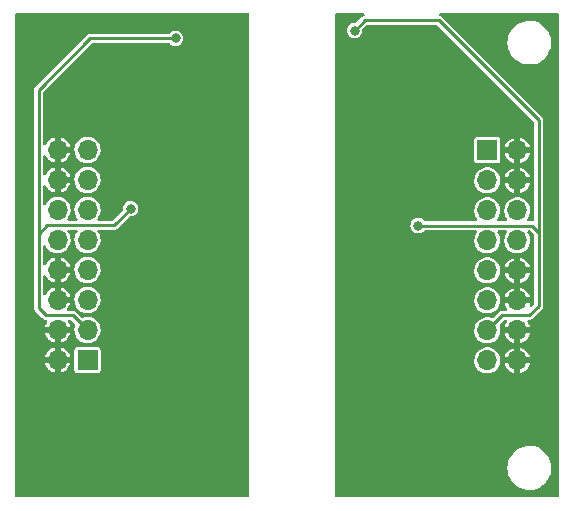
<source format=gbl>
G04 #@! TF.GenerationSoftware,KiCad,Pcbnew,(6.0.6)*
G04 #@! TF.CreationDate,2024-05-02T18:48:27+02:00*
G04 #@! TF.ProjectId,digital-isolator-6t2r,64696769-7461-46c2-9d69-736f6c61746f,rev?*
G04 #@! TF.SameCoordinates,Original*
G04 #@! TF.FileFunction,Copper,L2,Bot*
G04 #@! TF.FilePolarity,Positive*
%FSLAX46Y46*%
G04 Gerber Fmt 4.6, Leading zero omitted, Abs format (unit mm)*
G04 Created by KiCad (PCBNEW (6.0.6)) date 2024-05-02 18:48:27*
%MOMM*%
%LPD*%
G01*
G04 APERTURE LIST*
G04 #@! TA.AperFunction,ComponentPad*
%ADD10R,1.700000X1.700000*%
G04 #@! TD*
G04 #@! TA.AperFunction,ComponentPad*
%ADD11O,1.700000X1.700000*%
G04 #@! TD*
G04 #@! TA.AperFunction,ViaPad*
%ADD12C,0.800000*%
G04 #@! TD*
G04 #@! TA.AperFunction,Conductor*
%ADD13C,0.254000*%
G04 #@! TD*
G04 APERTURE END LIST*
D10*
X116200000Y-43825000D03*
D11*
X118740000Y-43825000D03*
X116200000Y-46365000D03*
X118740000Y-46365000D03*
X116200000Y-48905000D03*
X118740000Y-48905000D03*
X116200000Y-51445000D03*
X118740000Y-51445000D03*
X116200000Y-53985000D03*
X118740000Y-53985000D03*
X116200000Y-56525000D03*
X118740000Y-56525000D03*
X116200000Y-59065000D03*
X118740000Y-59065000D03*
X116200000Y-61605000D03*
X118740000Y-61605000D03*
D10*
X82350000Y-61575000D03*
D11*
X79810000Y-61575000D03*
X82350000Y-59035000D03*
X79810000Y-59035000D03*
X82350000Y-56495000D03*
X79810000Y-56495000D03*
X82350000Y-53955000D03*
X79810000Y-53955000D03*
X82350000Y-51415000D03*
X79810000Y-51415000D03*
X82350000Y-48875000D03*
X79810000Y-48875000D03*
X82350000Y-46335000D03*
X79810000Y-46335000D03*
X82350000Y-43795000D03*
X79810000Y-43795000D03*
D12*
X107442000Y-45872400D03*
X115747800Y-37896800D03*
X109169200Y-35356800D03*
X82016600Y-67665600D03*
X120421400Y-65989200D03*
X113614200Y-65811400D03*
X108839000Y-69519800D03*
X112877600Y-52120800D03*
X108940600Y-64287400D03*
X112547400Y-59055000D03*
X106197400Y-67081400D03*
X104292400Y-55880000D03*
X104317800Y-63500000D03*
X110353400Y-50200000D03*
X110845600Y-47828200D03*
X113207800Y-42138600D03*
X110871000Y-41935400D03*
X104343200Y-36576000D03*
X104292400Y-44221400D03*
X104959400Y-33680400D03*
X90271600Y-51612800D03*
X88646000Y-66471800D03*
X92964000Y-67183000D03*
X94970600Y-63500000D03*
X86004400Y-48768000D03*
X94996000Y-55905400D03*
X93141800Y-47853600D03*
X95021400Y-44221400D03*
X89805200Y-34350000D03*
X94970600Y-36576000D03*
X89687400Y-36804600D03*
X84455000Y-40436800D03*
D13*
X110353400Y-50200000D02*
X119950000Y-50200000D01*
X120550000Y-50800000D02*
X120550000Y-51030000D01*
X119950000Y-50200000D02*
X120550000Y-50800000D01*
X105823000Y-32816800D02*
X104959400Y-33680400D01*
X112086800Y-32816800D02*
X105823000Y-32816800D01*
X120550000Y-41280000D02*
X112086800Y-32816800D01*
X120550000Y-51030000D02*
X120550000Y-41280000D01*
X78950000Y-50150000D02*
X78200000Y-50900000D01*
X84622400Y-50150000D02*
X78950000Y-50150000D01*
X86004400Y-48768000D02*
X84622400Y-50150000D01*
X89805200Y-34350000D02*
X82600000Y-34350000D01*
X117465000Y-57800000D02*
X116200000Y-59065000D01*
X119750000Y-57800000D02*
X117465000Y-57800000D01*
X120550000Y-51030000D02*
X120550000Y-57000000D01*
X120550000Y-57000000D02*
X119750000Y-57800000D01*
X78200000Y-38750000D02*
X78200000Y-50900000D01*
X78200000Y-50900000D02*
X78200000Y-57150000D01*
X82600000Y-34350000D02*
X78200000Y-38750000D01*
X81111077Y-57796077D02*
X82350000Y-59035000D01*
X78200000Y-57150000D02*
X78846077Y-57796077D01*
X78846077Y-57796077D02*
X81111077Y-57796077D01*
G04 #@! TA.AperFunction,Conductor*
G36*
X95992121Y-32220502D02*
G01*
X96038614Y-32274158D01*
X96050000Y-32326500D01*
X96050000Y-73073500D01*
X96029998Y-73141621D01*
X95976342Y-73188114D01*
X95924000Y-73199500D01*
X76351500Y-73199500D01*
X76283379Y-73179498D01*
X76236886Y-73125842D01*
X76225500Y-73073500D01*
X76225500Y-61841962D01*
X78738671Y-61841962D01*
X78763443Y-61939502D01*
X78767284Y-61950348D01*
X78847394Y-62124120D01*
X78853145Y-62134081D01*
X78963579Y-62290343D01*
X78971057Y-62299098D01*
X79108114Y-62432612D01*
X79117058Y-62439855D01*
X79276156Y-62546161D01*
X79286266Y-62551651D01*
X79462077Y-62627185D01*
X79473020Y-62630740D01*
X79538332Y-62645519D01*
X79552405Y-62644630D01*
X79555828Y-62635681D01*
X80064000Y-62635681D01*
X80067966Y-62649187D01*
X80076672Y-62650433D01*
X80255497Y-62589730D01*
X80265994Y-62585056D01*
X80432958Y-62491552D01*
X80442430Y-62485042D01*
X80589553Y-62362682D01*
X80597682Y-62354553D01*
X80720042Y-62207430D01*
X80726552Y-62197958D01*
X80820056Y-62030994D01*
X80824730Y-62020497D01*
X80885443Y-61841644D01*
X80884210Y-61832993D01*
X80870642Y-61829000D01*
X80082115Y-61829000D01*
X80066876Y-61833475D01*
X80065671Y-61834865D01*
X80064000Y-61842548D01*
X80064000Y-62635681D01*
X79555828Y-62635681D01*
X79556000Y-62635232D01*
X79556000Y-61847115D01*
X79551525Y-61831876D01*
X79550135Y-61830671D01*
X79542452Y-61829000D01*
X78753494Y-61829000D01*
X78739963Y-61832973D01*
X78738671Y-61841962D01*
X76225500Y-61841962D01*
X76225500Y-61317799D01*
X78737943Y-61317799D01*
X78744675Y-61321000D01*
X79537885Y-61321000D01*
X79553124Y-61316525D01*
X79554329Y-61315135D01*
X79556000Y-61307452D01*
X79556000Y-61302885D01*
X80064000Y-61302885D01*
X80068475Y-61318124D01*
X80069865Y-61319329D01*
X80077548Y-61321000D01*
X80867398Y-61321000D01*
X80880929Y-61317027D01*
X80882098Y-61308892D01*
X80846658Y-61183231D01*
X80842533Y-61172484D01*
X80757903Y-61000871D01*
X80751893Y-60991063D01*
X80637400Y-60837739D01*
X80629710Y-60829199D01*
X80489872Y-60699933D01*
X81245500Y-60699933D01*
X81245501Y-62450066D01*
X81260266Y-62524301D01*
X81267161Y-62534620D01*
X81267162Y-62534622D01*
X81278541Y-62551651D01*
X81316516Y-62608484D01*
X81400699Y-62664734D01*
X81474933Y-62679500D01*
X82349858Y-62679500D01*
X83225066Y-62679499D01*
X83260818Y-62672388D01*
X83287126Y-62667156D01*
X83287128Y-62667155D01*
X83299301Y-62664734D01*
X83309621Y-62657839D01*
X83309622Y-62657838D01*
X83373168Y-62615377D01*
X83383484Y-62608484D01*
X83439734Y-62524301D01*
X83454500Y-62450067D01*
X83454499Y-60699934D01*
X83439734Y-60625699D01*
X83404040Y-60572279D01*
X83390377Y-60551832D01*
X83383484Y-60541516D01*
X83299301Y-60485266D01*
X83225067Y-60470500D01*
X82350142Y-60470500D01*
X81474934Y-60470501D01*
X81439182Y-60477612D01*
X81412874Y-60482844D01*
X81412872Y-60482845D01*
X81400699Y-60485266D01*
X81390379Y-60492161D01*
X81390378Y-60492162D01*
X81349228Y-60519658D01*
X81316516Y-60541516D01*
X81260266Y-60625699D01*
X81245500Y-60699933D01*
X80489872Y-60699933D01*
X80489192Y-60699304D01*
X80480067Y-60692303D01*
X80318236Y-60590195D01*
X80307989Y-60584974D01*
X80130260Y-60514068D01*
X80119232Y-60510801D01*
X80081769Y-60503350D01*
X80068894Y-60504502D01*
X80064000Y-60519658D01*
X80064000Y-61302885D01*
X79556000Y-61302885D01*
X79556000Y-60516500D01*
X79552194Y-60503538D01*
X79537279Y-60501602D01*
X79528732Y-60503071D01*
X79517620Y-60506048D01*
X79338095Y-60572279D01*
X79327717Y-60577229D01*
X79163273Y-60675063D01*
X79153961Y-60681829D01*
X79010097Y-60807994D01*
X79002180Y-60816337D01*
X78883718Y-60966605D01*
X78877450Y-60976256D01*
X78788358Y-61145592D01*
X78783953Y-61156227D01*
X78738162Y-61303698D01*
X78737943Y-61317799D01*
X76225500Y-61317799D01*
X76225500Y-59301962D01*
X78738671Y-59301962D01*
X78763443Y-59399502D01*
X78767284Y-59410348D01*
X78847394Y-59584120D01*
X78853145Y-59594081D01*
X78963579Y-59750343D01*
X78971057Y-59759098D01*
X79108114Y-59892612D01*
X79117058Y-59899855D01*
X79276156Y-60006161D01*
X79286266Y-60011651D01*
X79462077Y-60087185D01*
X79473020Y-60090740D01*
X79538332Y-60105519D01*
X79552405Y-60104630D01*
X79555828Y-60095681D01*
X80064000Y-60095681D01*
X80067966Y-60109187D01*
X80076672Y-60110433D01*
X80255497Y-60049730D01*
X80265994Y-60045056D01*
X80432958Y-59951552D01*
X80442430Y-59945042D01*
X80589553Y-59822682D01*
X80597682Y-59814553D01*
X80720042Y-59667430D01*
X80726552Y-59657958D01*
X80820056Y-59490994D01*
X80824730Y-59480497D01*
X80885443Y-59301644D01*
X80884210Y-59292993D01*
X80870642Y-59289000D01*
X80082115Y-59289000D01*
X80066876Y-59293475D01*
X80065671Y-59294865D01*
X80064000Y-59302548D01*
X80064000Y-60095681D01*
X79555828Y-60095681D01*
X79556000Y-60095232D01*
X79556000Y-59307115D01*
X79551525Y-59291876D01*
X79550135Y-59290671D01*
X79542452Y-59289000D01*
X78753494Y-59289000D01*
X78739963Y-59292973D01*
X78738671Y-59301962D01*
X76225500Y-59301962D01*
X76225500Y-57131780D01*
X77813655Y-57131780D01*
X77814879Y-57142120D01*
X77817627Y-57165342D01*
X77817979Y-57171320D01*
X77818072Y-57171312D01*
X77818500Y-57176490D01*
X77818500Y-57181692D01*
X77819354Y-57186822D01*
X77821686Y-57200832D01*
X77822522Y-57206704D01*
X77828582Y-57257907D01*
X77832567Y-57266206D01*
X77834078Y-57275283D01*
X77858558Y-57320651D01*
X77861239Y-57325914D01*
X77880127Y-57365250D01*
X77880130Y-57365254D01*
X77883560Y-57372398D01*
X77887170Y-57376692D01*
X77889102Y-57378624D01*
X77890889Y-57380573D01*
X77890918Y-57380626D01*
X77890788Y-57380745D01*
X77891289Y-57381313D01*
X77894388Y-57387057D01*
X77902033Y-57394124D01*
X77934195Y-57423854D01*
X77937762Y-57427284D01*
X78538037Y-58027560D01*
X78553391Y-58046571D01*
X78554357Y-58047633D01*
X78560006Y-58056381D01*
X78568181Y-58062825D01*
X78568183Y-58062828D01*
X78586549Y-58077306D01*
X78591024Y-58081283D01*
X78591085Y-58081212D01*
X78595042Y-58084565D01*
X78598725Y-58088248D01*
X78602960Y-58091274D01*
X78602962Y-58091276D01*
X78614513Y-58099530D01*
X78619259Y-58103093D01*
X78659747Y-58135011D01*
X78668434Y-58138062D01*
X78675920Y-58143411D01*
X78685896Y-58146394D01*
X78685897Y-58146395D01*
X78725288Y-58158175D01*
X78730920Y-58160005D01*
X78779579Y-58177093D01*
X78785168Y-58177577D01*
X78787879Y-58177577D01*
X78790546Y-58177692D01*
X78790609Y-58177711D01*
X78790602Y-58177885D01*
X78791348Y-58177932D01*
X78797601Y-58179802D01*
X78810996Y-58179276D01*
X78814150Y-58179152D01*
X78883003Y-58196465D01*
X78931566Y-58248255D01*
X78944420Y-58318078D01*
X78918045Y-58383061D01*
X78883718Y-58426605D01*
X78877450Y-58436256D01*
X78788358Y-58605592D01*
X78783953Y-58616227D01*
X78738162Y-58763698D01*
X78737943Y-58777799D01*
X78744675Y-58781000D01*
X80867398Y-58781000D01*
X80880929Y-58777027D01*
X80882098Y-58768892D01*
X80846658Y-58643231D01*
X80842533Y-58632484D01*
X80757903Y-58460871D01*
X80751893Y-58451063D01*
X80698055Y-58378966D01*
X80673323Y-58312417D01*
X80688497Y-58243061D01*
X80738759Y-58192918D01*
X80799013Y-58177577D01*
X80900865Y-58177577D01*
X80968986Y-58197579D01*
X80989960Y-58214482D01*
X81285807Y-58510329D01*
X81319833Y-58572641D01*
X81317045Y-58636788D01*
X81265007Y-58804378D01*
X81241148Y-59005964D01*
X81254424Y-59208522D01*
X81255845Y-59214118D01*
X81255846Y-59214123D01*
X81302927Y-59399502D01*
X81304392Y-59405269D01*
X81306809Y-59410512D01*
X81343912Y-59490994D01*
X81389377Y-59589616D01*
X81506533Y-59755389D01*
X81651938Y-59897035D01*
X81820720Y-60009812D01*
X81826023Y-60012090D01*
X81826026Y-60012092D01*
X81914707Y-60050192D01*
X82007228Y-60089942D01*
X82072140Y-60104630D01*
X82199579Y-60133467D01*
X82199584Y-60133468D01*
X82205216Y-60134742D01*
X82210987Y-60134969D01*
X82210989Y-60134969D01*
X82270756Y-60137317D01*
X82408053Y-60142712D01*
X82508499Y-60128148D01*
X82603231Y-60114413D01*
X82603236Y-60114412D01*
X82608945Y-60113584D01*
X82614409Y-60111729D01*
X82614414Y-60111728D01*
X82795693Y-60050192D01*
X82795698Y-60050190D01*
X82801165Y-60048334D01*
X82807019Y-60045056D01*
X82876470Y-60006161D01*
X82978276Y-59949147D01*
X83040934Y-59897035D01*
X83129913Y-59823031D01*
X83134345Y-59819345D01*
X83264147Y-59663276D01*
X83363334Y-59486165D01*
X83365190Y-59480698D01*
X83365192Y-59480693D01*
X83426728Y-59299414D01*
X83426729Y-59299409D01*
X83428584Y-59293945D01*
X83429412Y-59288236D01*
X83429413Y-59288231D01*
X83457179Y-59096727D01*
X83457712Y-59093053D01*
X83459232Y-59035000D01*
X83440658Y-58832859D01*
X83439090Y-58827299D01*
X83387125Y-58643046D01*
X83387124Y-58643044D01*
X83385557Y-58637487D01*
X83369829Y-58605592D01*
X83298331Y-58460609D01*
X83295776Y-58455428D01*
X83174320Y-58292779D01*
X83071334Y-58197579D01*
X83029503Y-58158911D01*
X83025258Y-58154987D01*
X83020375Y-58151906D01*
X83020371Y-58151903D01*
X82858464Y-58049748D01*
X82853581Y-58046667D01*
X82665039Y-57971446D01*
X82659379Y-57970320D01*
X82659375Y-57970319D01*
X82471613Y-57932971D01*
X82471610Y-57932971D01*
X82465946Y-57931844D01*
X82460171Y-57931768D01*
X82460167Y-57931768D01*
X82358793Y-57930441D01*
X82262971Y-57929187D01*
X82257274Y-57930166D01*
X82257273Y-57930166D01*
X82068607Y-57962585D01*
X82062910Y-57963564D01*
X81987642Y-57991332D01*
X81959738Y-58001626D01*
X81888904Y-58006438D01*
X81827032Y-57972509D01*
X81419121Y-57564598D01*
X81403762Y-57545582D01*
X81402796Y-57544521D01*
X81397148Y-57535773D01*
X81370605Y-57514848D01*
X81366130Y-57510871D01*
X81366069Y-57510942D01*
X81362112Y-57507589D01*
X81358429Y-57503906D01*
X81342638Y-57492622D01*
X81337892Y-57489059D01*
X81305584Y-57463589D01*
X81305583Y-57463588D01*
X81297407Y-57457143D01*
X81288720Y-57454092D01*
X81281234Y-57448743D01*
X81271258Y-57445760D01*
X81271257Y-57445759D01*
X81231866Y-57433979D01*
X81226234Y-57432149D01*
X81177575Y-57415061D01*
X81171986Y-57414577D01*
X81169275Y-57414577D01*
X81166608Y-57414462D01*
X81166545Y-57414443D01*
X81166552Y-57414269D01*
X81165806Y-57414222D01*
X81159553Y-57412352D01*
X81110769Y-57414269D01*
X81105399Y-57414480D01*
X81100452Y-57414577D01*
X80749900Y-57414577D01*
X80681779Y-57394575D01*
X80635286Y-57340919D01*
X80625182Y-57270645D01*
X80653026Y-57208008D01*
X80720042Y-57127430D01*
X80726552Y-57117958D01*
X80820056Y-56950994D01*
X80824730Y-56940497D01*
X80885443Y-56761644D01*
X80884210Y-56752993D01*
X80870642Y-56749000D01*
X79682000Y-56749000D01*
X79613879Y-56728998D01*
X79567386Y-56675342D01*
X79556000Y-56623000D01*
X79556000Y-56465964D01*
X81241148Y-56465964D01*
X81254424Y-56668522D01*
X81255845Y-56674118D01*
X81255846Y-56674123D01*
X81274863Y-56749000D01*
X81304392Y-56865269D01*
X81306809Y-56870512D01*
X81343912Y-56950994D01*
X81389377Y-57049616D01*
X81392710Y-57054332D01*
X81501317Y-57208008D01*
X81506533Y-57215389D01*
X81651938Y-57357035D01*
X81656742Y-57360245D01*
X81707445Y-57394124D01*
X81820720Y-57469812D01*
X81826023Y-57472090D01*
X81826026Y-57472092D01*
X81997080Y-57545582D01*
X82007228Y-57549942D01*
X82080244Y-57566464D01*
X82199579Y-57593467D01*
X82199584Y-57593468D01*
X82205216Y-57594742D01*
X82210987Y-57594969D01*
X82210989Y-57594969D01*
X82270756Y-57597317D01*
X82408053Y-57602712D01*
X82508499Y-57588148D01*
X82603231Y-57574413D01*
X82603236Y-57574412D01*
X82608945Y-57573584D01*
X82614409Y-57571729D01*
X82614414Y-57571728D01*
X82795693Y-57510192D01*
X82795698Y-57510190D01*
X82801165Y-57508334D01*
X82978276Y-57409147D01*
X82996340Y-57394124D01*
X83129913Y-57283031D01*
X83134345Y-57279345D01*
X83193676Y-57208008D01*
X83260453Y-57127718D01*
X83260455Y-57127715D01*
X83264147Y-57123276D01*
X83363334Y-56946165D01*
X83365190Y-56940698D01*
X83365192Y-56940693D01*
X83426728Y-56759414D01*
X83426729Y-56759409D01*
X83428584Y-56753945D01*
X83429412Y-56748236D01*
X83429413Y-56748231D01*
X83457179Y-56556727D01*
X83457712Y-56553053D01*
X83459232Y-56495000D01*
X83440658Y-56292859D01*
X83439090Y-56287299D01*
X83387125Y-56103046D01*
X83387124Y-56103044D01*
X83385557Y-56097487D01*
X83374978Y-56076033D01*
X83298331Y-55920609D01*
X83295776Y-55915428D01*
X83174320Y-55752779D01*
X83025258Y-55614987D01*
X83020375Y-55611906D01*
X83020371Y-55611903D01*
X82874728Y-55520010D01*
X82853581Y-55506667D01*
X82665039Y-55431446D01*
X82659379Y-55430320D01*
X82659375Y-55430319D01*
X82471613Y-55392971D01*
X82471610Y-55392971D01*
X82465946Y-55391844D01*
X82460171Y-55391768D01*
X82460167Y-55391768D01*
X82358793Y-55390441D01*
X82262971Y-55389187D01*
X82257274Y-55390166D01*
X82257273Y-55390166D01*
X82074328Y-55421602D01*
X82062910Y-55423564D01*
X81872463Y-55493824D01*
X81698010Y-55597612D01*
X81693670Y-55601418D01*
X81693666Y-55601421D01*
X81673723Y-55618911D01*
X81545392Y-55731455D01*
X81419720Y-55890869D01*
X81417031Y-55895980D01*
X81417029Y-55895983D01*
X81404073Y-55920609D01*
X81325203Y-56070515D01*
X81265007Y-56264378D01*
X81241148Y-56465964D01*
X79556000Y-56465964D01*
X79556000Y-56222885D01*
X80064000Y-56222885D01*
X80068475Y-56238124D01*
X80069865Y-56239329D01*
X80077548Y-56241000D01*
X80867398Y-56241000D01*
X80880929Y-56237027D01*
X80882098Y-56228892D01*
X80846658Y-56103231D01*
X80842533Y-56092484D01*
X80757903Y-55920871D01*
X80751893Y-55911063D01*
X80637400Y-55757739D01*
X80629710Y-55749199D01*
X80489192Y-55619304D01*
X80480067Y-55612303D01*
X80318236Y-55510195D01*
X80307989Y-55504974D01*
X80130260Y-55434068D01*
X80119232Y-55430801D01*
X80081769Y-55423350D01*
X80068894Y-55424502D01*
X80064000Y-55439658D01*
X80064000Y-56222885D01*
X79556000Y-56222885D01*
X79556000Y-55436500D01*
X79552194Y-55423538D01*
X79537279Y-55421602D01*
X79528732Y-55423071D01*
X79517620Y-55426048D01*
X79338095Y-55492279D01*
X79327717Y-55497229D01*
X79163273Y-55595063D01*
X79153961Y-55601829D01*
X79010097Y-55727994D01*
X79002180Y-55736337D01*
X78883718Y-55886605D01*
X78877450Y-55896256D01*
X78819008Y-56007336D01*
X78769589Y-56058308D01*
X78700456Y-56074471D01*
X78633560Y-56050692D01*
X78590139Y-55994521D01*
X78581500Y-55948668D01*
X78581500Y-54501627D01*
X78601502Y-54433506D01*
X78655158Y-54387013D01*
X78725432Y-54376909D01*
X78790012Y-54406403D01*
X78821926Y-54448876D01*
X78847394Y-54504120D01*
X78853145Y-54514081D01*
X78963579Y-54670343D01*
X78971057Y-54679098D01*
X79108114Y-54812612D01*
X79117058Y-54819855D01*
X79276156Y-54926161D01*
X79286266Y-54931651D01*
X79462077Y-55007185D01*
X79473020Y-55010740D01*
X79538332Y-55025519D01*
X79552405Y-55024630D01*
X79555828Y-55015681D01*
X80064000Y-55015681D01*
X80067966Y-55029187D01*
X80076672Y-55030433D01*
X80255497Y-54969730D01*
X80265994Y-54965056D01*
X80432958Y-54871552D01*
X80442430Y-54865042D01*
X80589553Y-54742682D01*
X80597682Y-54734553D01*
X80720042Y-54587430D01*
X80726552Y-54577958D01*
X80820056Y-54410994D01*
X80824730Y-54400497D01*
X80885443Y-54221644D01*
X80884210Y-54212993D01*
X80870642Y-54209000D01*
X80082115Y-54209000D01*
X80066876Y-54213475D01*
X80065671Y-54214865D01*
X80064000Y-54222548D01*
X80064000Y-55015681D01*
X79555828Y-55015681D01*
X79556000Y-55015232D01*
X79556000Y-53925964D01*
X81241148Y-53925964D01*
X81254424Y-54128522D01*
X81255845Y-54134118D01*
X81255846Y-54134123D01*
X81277508Y-54219414D01*
X81304392Y-54325269D01*
X81306809Y-54330512D01*
X81385694Y-54501627D01*
X81389377Y-54509616D01*
X81506533Y-54675389D01*
X81651938Y-54817035D01*
X81820720Y-54929812D01*
X81826023Y-54932090D01*
X81826026Y-54932092D01*
X81914707Y-54970192D01*
X82007228Y-55009942D01*
X82072140Y-55024630D01*
X82199579Y-55053467D01*
X82199584Y-55053468D01*
X82205216Y-55054742D01*
X82210987Y-55054969D01*
X82210989Y-55054969D01*
X82270756Y-55057317D01*
X82408053Y-55062712D01*
X82508499Y-55048148D01*
X82603231Y-55034413D01*
X82603236Y-55034412D01*
X82608945Y-55033584D01*
X82614409Y-55031729D01*
X82614414Y-55031728D01*
X82795693Y-54970192D01*
X82795698Y-54970190D01*
X82801165Y-54968334D01*
X82807019Y-54965056D01*
X82876470Y-54926161D01*
X82978276Y-54869147D01*
X83040934Y-54817035D01*
X83129913Y-54743031D01*
X83134345Y-54739345D01*
X83264147Y-54583276D01*
X83363334Y-54406165D01*
X83365190Y-54400698D01*
X83365192Y-54400693D01*
X83426728Y-54219414D01*
X83426729Y-54219409D01*
X83428584Y-54213945D01*
X83429412Y-54208236D01*
X83429413Y-54208231D01*
X83457179Y-54016727D01*
X83457712Y-54013053D01*
X83459232Y-53955000D01*
X83440658Y-53752859D01*
X83439090Y-53747299D01*
X83387125Y-53563046D01*
X83387124Y-53563044D01*
X83385557Y-53557487D01*
X83374978Y-53536033D01*
X83298331Y-53380609D01*
X83295776Y-53375428D01*
X83174320Y-53212779D01*
X83025258Y-53074987D01*
X83020375Y-53071906D01*
X83020371Y-53071903D01*
X82874728Y-52980010D01*
X82853581Y-52966667D01*
X82665039Y-52891446D01*
X82659379Y-52890320D01*
X82659375Y-52890319D01*
X82471613Y-52852971D01*
X82471610Y-52852971D01*
X82465946Y-52851844D01*
X82460171Y-52851768D01*
X82460167Y-52851768D01*
X82358793Y-52850441D01*
X82262971Y-52849187D01*
X82257274Y-52850166D01*
X82257273Y-52850166D01*
X82074328Y-52881602D01*
X82062910Y-52883564D01*
X81872463Y-52953824D01*
X81698010Y-53057612D01*
X81693670Y-53061418D01*
X81693666Y-53061421D01*
X81673723Y-53078911D01*
X81545392Y-53191455D01*
X81419720Y-53350869D01*
X81417031Y-53355980D01*
X81417029Y-53355983D01*
X81404073Y-53380609D01*
X81325203Y-53530515D01*
X81265007Y-53724378D01*
X81241148Y-53925964D01*
X79556000Y-53925964D01*
X79556000Y-53682885D01*
X80064000Y-53682885D01*
X80068475Y-53698124D01*
X80069865Y-53699329D01*
X80077548Y-53701000D01*
X80867398Y-53701000D01*
X80880929Y-53697027D01*
X80882098Y-53688892D01*
X80846658Y-53563231D01*
X80842533Y-53552484D01*
X80757903Y-53380871D01*
X80751893Y-53371063D01*
X80637400Y-53217739D01*
X80629710Y-53209199D01*
X80489192Y-53079304D01*
X80480067Y-53072303D01*
X80318236Y-52970195D01*
X80307989Y-52964974D01*
X80130260Y-52894068D01*
X80119232Y-52890801D01*
X80081769Y-52883350D01*
X80068894Y-52884502D01*
X80064000Y-52899658D01*
X80064000Y-53682885D01*
X79556000Y-53682885D01*
X79556000Y-52896500D01*
X79552194Y-52883538D01*
X79537279Y-52881602D01*
X79528732Y-52883071D01*
X79517620Y-52886048D01*
X79338095Y-52952279D01*
X79327717Y-52957229D01*
X79163273Y-53055063D01*
X79153961Y-53061829D01*
X79010097Y-53187994D01*
X79002180Y-53196337D01*
X78883718Y-53346605D01*
X78877450Y-53356256D01*
X78819008Y-53467336D01*
X78769589Y-53518308D01*
X78700456Y-53534471D01*
X78633560Y-53510692D01*
X78590139Y-53454521D01*
X78581500Y-53408668D01*
X78581500Y-51962821D01*
X78601502Y-51894700D01*
X78655158Y-51848207D01*
X78725432Y-51838103D01*
X78790012Y-51867597D01*
X78821926Y-51910070D01*
X78849377Y-51969616D01*
X78966533Y-52135389D01*
X79111938Y-52277035D01*
X79280720Y-52389812D01*
X79286023Y-52392090D01*
X79286026Y-52392092D01*
X79374707Y-52430192D01*
X79467228Y-52469942D01*
X79540244Y-52486464D01*
X79659579Y-52513467D01*
X79659584Y-52513468D01*
X79665216Y-52514742D01*
X79670987Y-52514969D01*
X79670989Y-52514969D01*
X79730756Y-52517317D01*
X79868053Y-52522712D01*
X79968499Y-52508148D01*
X80063231Y-52494413D01*
X80063236Y-52494412D01*
X80068945Y-52493584D01*
X80074409Y-52491729D01*
X80074414Y-52491728D01*
X80255693Y-52430192D01*
X80255698Y-52430190D01*
X80261165Y-52428334D01*
X80438276Y-52329147D01*
X80500934Y-52277035D01*
X80589913Y-52203031D01*
X80594345Y-52199345D01*
X80724147Y-52043276D01*
X80823334Y-51866165D01*
X80825190Y-51860698D01*
X80825192Y-51860693D01*
X80886728Y-51679414D01*
X80886729Y-51679409D01*
X80888584Y-51673945D01*
X80889412Y-51668236D01*
X80889413Y-51668231D01*
X80917179Y-51476727D01*
X80917712Y-51473053D01*
X80919232Y-51415000D01*
X80900658Y-51212859D01*
X80899090Y-51207299D01*
X80847125Y-51023046D01*
X80847124Y-51023044D01*
X80845557Y-51017487D01*
X80834978Y-50996033D01*
X80758331Y-50840609D01*
X80755776Y-50835428D01*
X80679206Y-50732888D01*
X80654474Y-50666340D01*
X80669648Y-50596983D01*
X80719910Y-50546841D01*
X80780164Y-50531500D01*
X81380181Y-50531500D01*
X81448302Y-50551502D01*
X81494795Y-50605158D01*
X81504899Y-50675432D01*
X81479131Y-50735506D01*
X81419720Y-50810869D01*
X81417031Y-50815980D01*
X81417029Y-50815983D01*
X81398330Y-50851524D01*
X81325203Y-50990515D01*
X81265007Y-51184378D01*
X81241148Y-51385964D01*
X81254424Y-51588522D01*
X81255845Y-51594118D01*
X81255846Y-51594123D01*
X81276119Y-51673945D01*
X81304392Y-51785269D01*
X81306809Y-51790512D01*
X81342346Y-51867597D01*
X81389377Y-51969616D01*
X81506533Y-52135389D01*
X81651938Y-52277035D01*
X81820720Y-52389812D01*
X81826023Y-52392090D01*
X81826026Y-52392092D01*
X81914707Y-52430192D01*
X82007228Y-52469942D01*
X82080244Y-52486464D01*
X82199579Y-52513467D01*
X82199584Y-52513468D01*
X82205216Y-52514742D01*
X82210987Y-52514969D01*
X82210989Y-52514969D01*
X82270756Y-52517317D01*
X82408053Y-52522712D01*
X82508499Y-52508148D01*
X82603231Y-52494413D01*
X82603236Y-52494412D01*
X82608945Y-52493584D01*
X82614409Y-52491729D01*
X82614414Y-52491728D01*
X82795693Y-52430192D01*
X82795698Y-52430190D01*
X82801165Y-52428334D01*
X82978276Y-52329147D01*
X83040934Y-52277035D01*
X83129913Y-52203031D01*
X83134345Y-52199345D01*
X83264147Y-52043276D01*
X83363334Y-51866165D01*
X83365190Y-51860698D01*
X83365192Y-51860693D01*
X83426728Y-51679414D01*
X83426729Y-51679409D01*
X83428584Y-51673945D01*
X83429412Y-51668236D01*
X83429413Y-51668231D01*
X83457179Y-51476727D01*
X83457712Y-51473053D01*
X83459232Y-51415000D01*
X83440658Y-51212859D01*
X83439090Y-51207299D01*
X83387125Y-51023046D01*
X83387124Y-51023044D01*
X83385557Y-51017487D01*
X83374978Y-50996033D01*
X83298331Y-50840609D01*
X83295776Y-50835428D01*
X83219206Y-50732888D01*
X83194474Y-50666340D01*
X83209648Y-50596983D01*
X83259910Y-50546841D01*
X83320164Y-50531500D01*
X84568265Y-50531500D01*
X84592564Y-50534086D01*
X84594002Y-50534154D01*
X84604180Y-50536345D01*
X84637741Y-50532373D01*
X84643720Y-50532021D01*
X84643712Y-50531928D01*
X84648890Y-50531500D01*
X84654092Y-50531500D01*
X84673246Y-50528312D01*
X84679104Y-50527478D01*
X84695718Y-50525512D01*
X84719967Y-50522642D01*
X84719968Y-50522642D01*
X84730307Y-50521418D01*
X84738606Y-50517433D01*
X84747683Y-50515922D01*
X84793051Y-50491442D01*
X84798314Y-50488761D01*
X84837650Y-50469873D01*
X84837654Y-50469870D01*
X84844798Y-50466440D01*
X84849092Y-50462830D01*
X84851024Y-50460898D01*
X84852973Y-50459111D01*
X84853026Y-50459082D01*
X84853145Y-50459212D01*
X84853713Y-50458711D01*
X84859457Y-50455612D01*
X84896267Y-50415791D01*
X84899696Y-50412226D01*
X85853362Y-49458560D01*
X85915674Y-49424534D01*
X85944436Y-49421671D01*
X86065718Y-49423576D01*
X86065721Y-49423576D01*
X86073316Y-49423695D01*
X86227732Y-49388329D01*
X86341306Y-49331208D01*
X86362472Y-49320563D01*
X86362475Y-49320561D01*
X86369255Y-49317151D01*
X86375026Y-49312222D01*
X86375029Y-49312220D01*
X86483936Y-49219204D01*
X86483936Y-49219203D01*
X86489714Y-49214269D01*
X86582155Y-49085624D01*
X86641242Y-48938641D01*
X86653611Y-48851730D01*
X86662981Y-48785891D01*
X86662981Y-48785888D01*
X86663562Y-48781807D01*
X86663707Y-48768000D01*
X86644676Y-48610733D01*
X86588680Y-48462546D01*
X86498953Y-48331992D01*
X86380675Y-48226611D01*
X86373289Y-48222700D01*
X86247388Y-48156039D01*
X86247389Y-48156039D01*
X86240674Y-48152484D01*
X86087033Y-48113892D01*
X86079434Y-48113852D01*
X86079433Y-48113852D01*
X86013581Y-48113507D01*
X85928621Y-48113062D01*
X85921241Y-48114834D01*
X85921239Y-48114834D01*
X85781963Y-48148271D01*
X85781960Y-48148272D01*
X85774584Y-48150043D01*
X85633814Y-48222700D01*
X85514439Y-48326838D01*
X85423350Y-48456444D01*
X85365806Y-48604037D01*
X85364814Y-48611570D01*
X85364814Y-48611571D01*
X85356746Y-48672859D01*
X85345129Y-48761096D01*
X85347416Y-48781807D01*
X85351082Y-48815017D01*
X85338676Y-48884922D01*
X85314938Y-48917940D01*
X84501281Y-49731596D01*
X84438969Y-49765621D01*
X84412186Y-49768500D01*
X83312239Y-49768500D01*
X83244118Y-49748498D01*
X83197625Y-49694842D01*
X83187521Y-49624568D01*
X83215365Y-49561931D01*
X83260449Y-49507724D01*
X83260456Y-49507714D01*
X83264147Y-49503276D01*
X83363334Y-49326165D01*
X83365190Y-49320698D01*
X83365192Y-49320693D01*
X83426728Y-49139414D01*
X83426729Y-49139409D01*
X83428584Y-49133945D01*
X83429412Y-49128236D01*
X83429413Y-49128231D01*
X83455879Y-48945695D01*
X83457712Y-48933053D01*
X83459232Y-48875000D01*
X83440658Y-48672859D01*
X83439090Y-48667299D01*
X83387125Y-48483046D01*
X83387124Y-48483044D01*
X83385557Y-48477487D01*
X83378672Y-48463524D01*
X83298331Y-48300609D01*
X83295776Y-48295428D01*
X83174320Y-48132779D01*
X83025258Y-47994987D01*
X83020375Y-47991906D01*
X83020371Y-47991903D01*
X82858464Y-47889748D01*
X82853581Y-47886667D01*
X82665039Y-47811446D01*
X82659379Y-47810320D01*
X82659375Y-47810319D01*
X82471613Y-47772971D01*
X82471610Y-47772971D01*
X82465946Y-47771844D01*
X82460171Y-47771768D01*
X82460167Y-47771768D01*
X82358793Y-47770441D01*
X82262971Y-47769187D01*
X82257274Y-47770166D01*
X82257273Y-47770166D01*
X82068607Y-47802585D01*
X82062910Y-47803564D01*
X81872463Y-47873824D01*
X81698010Y-47977612D01*
X81693670Y-47981418D01*
X81693666Y-47981421D01*
X81673723Y-47998911D01*
X81545392Y-48111455D01*
X81419720Y-48270869D01*
X81417031Y-48275980D01*
X81417029Y-48275983D01*
X81390273Y-48326838D01*
X81325203Y-48450515D01*
X81265007Y-48644378D01*
X81241148Y-48845964D01*
X81254424Y-49048522D01*
X81255845Y-49054118D01*
X81255846Y-49054123D01*
X81276119Y-49133945D01*
X81304392Y-49245269D01*
X81306809Y-49250512D01*
X81386593Y-49423576D01*
X81389377Y-49429616D01*
X81392710Y-49434332D01*
X81488434Y-49569780D01*
X81511415Y-49636955D01*
X81494430Y-49705890D01*
X81442873Y-49754699D01*
X81385537Y-49768500D01*
X80772239Y-49768500D01*
X80704118Y-49748498D01*
X80657625Y-49694842D01*
X80647521Y-49624568D01*
X80675365Y-49561931D01*
X80720449Y-49507724D01*
X80720456Y-49507714D01*
X80724147Y-49503276D01*
X80823334Y-49326165D01*
X80825190Y-49320698D01*
X80825192Y-49320693D01*
X80886728Y-49139414D01*
X80886729Y-49139409D01*
X80888584Y-49133945D01*
X80889412Y-49128236D01*
X80889413Y-49128231D01*
X80915879Y-48945695D01*
X80917712Y-48933053D01*
X80919232Y-48875000D01*
X80900658Y-48672859D01*
X80899090Y-48667299D01*
X80847125Y-48483046D01*
X80847124Y-48483044D01*
X80845557Y-48477487D01*
X80838672Y-48463524D01*
X80758331Y-48300609D01*
X80755776Y-48295428D01*
X80634320Y-48132779D01*
X80485258Y-47994987D01*
X80480375Y-47991906D01*
X80480371Y-47991903D01*
X80318464Y-47889748D01*
X80313581Y-47886667D01*
X80125039Y-47811446D01*
X80119379Y-47810320D01*
X80119375Y-47810319D01*
X79931613Y-47772971D01*
X79931610Y-47772971D01*
X79925946Y-47771844D01*
X79920171Y-47771768D01*
X79920167Y-47771768D01*
X79818793Y-47770441D01*
X79722971Y-47769187D01*
X79717274Y-47770166D01*
X79717273Y-47770166D01*
X79528607Y-47802585D01*
X79522910Y-47803564D01*
X79332463Y-47873824D01*
X79158010Y-47977612D01*
X79153670Y-47981418D01*
X79153666Y-47981421D01*
X79133723Y-47998911D01*
X79005392Y-48111455D01*
X78879720Y-48270869D01*
X78877031Y-48275980D01*
X78877029Y-48275983D01*
X78819008Y-48386263D01*
X78769589Y-48437235D01*
X78700456Y-48453398D01*
X78633560Y-48429619D01*
X78590140Y-48373448D01*
X78581500Y-48327595D01*
X78581500Y-46881627D01*
X78601502Y-46813506D01*
X78655158Y-46767013D01*
X78725432Y-46756909D01*
X78790012Y-46786403D01*
X78821926Y-46828876D01*
X78847394Y-46884120D01*
X78853145Y-46894081D01*
X78963579Y-47050343D01*
X78971057Y-47059098D01*
X79108114Y-47192612D01*
X79117058Y-47199855D01*
X79276156Y-47306161D01*
X79286266Y-47311651D01*
X79462077Y-47387185D01*
X79473020Y-47390740D01*
X79538332Y-47405519D01*
X79552405Y-47404630D01*
X79555828Y-47395681D01*
X80064000Y-47395681D01*
X80067966Y-47409187D01*
X80076672Y-47410433D01*
X80255497Y-47349730D01*
X80265994Y-47345056D01*
X80432958Y-47251552D01*
X80442430Y-47245042D01*
X80589553Y-47122682D01*
X80597682Y-47114553D01*
X80720042Y-46967430D01*
X80726552Y-46957958D01*
X80820056Y-46790994D01*
X80824730Y-46780497D01*
X80885443Y-46601644D01*
X80884210Y-46592993D01*
X80870642Y-46589000D01*
X80082115Y-46589000D01*
X80066876Y-46593475D01*
X80065671Y-46594865D01*
X80064000Y-46602548D01*
X80064000Y-47395681D01*
X79555828Y-47395681D01*
X79556000Y-47395232D01*
X79556000Y-46305964D01*
X81241148Y-46305964D01*
X81254424Y-46508522D01*
X81255845Y-46514118D01*
X81255846Y-46514123D01*
X81277508Y-46599414D01*
X81304392Y-46705269D01*
X81306809Y-46710512D01*
X81385694Y-46881627D01*
X81389377Y-46889616D01*
X81506533Y-47055389D01*
X81651938Y-47197035D01*
X81820720Y-47309812D01*
X81826023Y-47312090D01*
X81826026Y-47312092D01*
X81914707Y-47350192D01*
X82007228Y-47389942D01*
X82072140Y-47404630D01*
X82199579Y-47433467D01*
X82199584Y-47433468D01*
X82205216Y-47434742D01*
X82210987Y-47434969D01*
X82210989Y-47434969D01*
X82270756Y-47437317D01*
X82408053Y-47442712D01*
X82508499Y-47428148D01*
X82603231Y-47414413D01*
X82603236Y-47414412D01*
X82608945Y-47413584D01*
X82614409Y-47411729D01*
X82614414Y-47411728D01*
X82795693Y-47350192D01*
X82795698Y-47350190D01*
X82801165Y-47348334D01*
X82807019Y-47345056D01*
X82876470Y-47306161D01*
X82978276Y-47249147D01*
X83040934Y-47197035D01*
X83129913Y-47123031D01*
X83134345Y-47119345D01*
X83264147Y-46963276D01*
X83363334Y-46786165D01*
X83365190Y-46780698D01*
X83365192Y-46780693D01*
X83426728Y-46599414D01*
X83426729Y-46599409D01*
X83428584Y-46593945D01*
X83429412Y-46588236D01*
X83429413Y-46588231D01*
X83457179Y-46396727D01*
X83457712Y-46393053D01*
X83459232Y-46335000D01*
X83440658Y-46132859D01*
X83439090Y-46127299D01*
X83387125Y-45943046D01*
X83387124Y-45943044D01*
X83385557Y-45937487D01*
X83374978Y-45916033D01*
X83298331Y-45760609D01*
X83295776Y-45755428D01*
X83174320Y-45592779D01*
X83025258Y-45454987D01*
X83020375Y-45451906D01*
X83020371Y-45451903D01*
X82874728Y-45360010D01*
X82853581Y-45346667D01*
X82665039Y-45271446D01*
X82659379Y-45270320D01*
X82659375Y-45270319D01*
X82471613Y-45232971D01*
X82471610Y-45232971D01*
X82465946Y-45231844D01*
X82460171Y-45231768D01*
X82460167Y-45231768D01*
X82358793Y-45230441D01*
X82262971Y-45229187D01*
X82257274Y-45230166D01*
X82257273Y-45230166D01*
X82074328Y-45261602D01*
X82062910Y-45263564D01*
X81872463Y-45333824D01*
X81698010Y-45437612D01*
X81693670Y-45441418D01*
X81693666Y-45441421D01*
X81673723Y-45458911D01*
X81545392Y-45571455D01*
X81419720Y-45730869D01*
X81417031Y-45735980D01*
X81417029Y-45735983D01*
X81404073Y-45760609D01*
X81325203Y-45910515D01*
X81265007Y-46104378D01*
X81241148Y-46305964D01*
X79556000Y-46305964D01*
X79556000Y-46062885D01*
X80064000Y-46062885D01*
X80068475Y-46078124D01*
X80069865Y-46079329D01*
X80077548Y-46081000D01*
X80867398Y-46081000D01*
X80880929Y-46077027D01*
X80882098Y-46068892D01*
X80846658Y-45943231D01*
X80842533Y-45932484D01*
X80757903Y-45760871D01*
X80751893Y-45751063D01*
X80637400Y-45597739D01*
X80629710Y-45589199D01*
X80489192Y-45459304D01*
X80480067Y-45452303D01*
X80318236Y-45350195D01*
X80307989Y-45344974D01*
X80130260Y-45274068D01*
X80119232Y-45270801D01*
X80081769Y-45263350D01*
X80068894Y-45264502D01*
X80064000Y-45279658D01*
X80064000Y-46062885D01*
X79556000Y-46062885D01*
X79556000Y-45276500D01*
X79552194Y-45263538D01*
X79537279Y-45261602D01*
X79528732Y-45263071D01*
X79517620Y-45266048D01*
X79338095Y-45332279D01*
X79327717Y-45337229D01*
X79163273Y-45435063D01*
X79153961Y-45441829D01*
X79010097Y-45567994D01*
X79002180Y-45576337D01*
X78883718Y-45726605D01*
X78877450Y-45736256D01*
X78819008Y-45847336D01*
X78769589Y-45898308D01*
X78700456Y-45914471D01*
X78633560Y-45890692D01*
X78590139Y-45834521D01*
X78581500Y-45788668D01*
X78581500Y-44341627D01*
X78601502Y-44273506D01*
X78655158Y-44227013D01*
X78725432Y-44216909D01*
X78790012Y-44246403D01*
X78821926Y-44288876D01*
X78847394Y-44344120D01*
X78853145Y-44354081D01*
X78963579Y-44510343D01*
X78971057Y-44519098D01*
X79108114Y-44652612D01*
X79117058Y-44659855D01*
X79276156Y-44766161D01*
X79286266Y-44771651D01*
X79462077Y-44847185D01*
X79473020Y-44850740D01*
X79538332Y-44865519D01*
X79552405Y-44864630D01*
X79555828Y-44855681D01*
X80064000Y-44855681D01*
X80067966Y-44869187D01*
X80076672Y-44870433D01*
X80255497Y-44809730D01*
X80265994Y-44805056D01*
X80432958Y-44711552D01*
X80442430Y-44705042D01*
X80589553Y-44582682D01*
X80597682Y-44574553D01*
X80720042Y-44427430D01*
X80726552Y-44417958D01*
X80820056Y-44250994D01*
X80824730Y-44240497D01*
X80885443Y-44061644D01*
X80884210Y-44052993D01*
X80870642Y-44049000D01*
X80082115Y-44049000D01*
X80066876Y-44053475D01*
X80065671Y-44054865D01*
X80064000Y-44062548D01*
X80064000Y-44855681D01*
X79555828Y-44855681D01*
X79556000Y-44855232D01*
X79556000Y-43765964D01*
X81241148Y-43765964D01*
X81254424Y-43968522D01*
X81255845Y-43974118D01*
X81255846Y-43974123D01*
X81277508Y-44059414D01*
X81304392Y-44165269D01*
X81306809Y-44170512D01*
X81385694Y-44341627D01*
X81389377Y-44349616D01*
X81506533Y-44515389D01*
X81651938Y-44657035D01*
X81820720Y-44769812D01*
X81826023Y-44772090D01*
X81826026Y-44772092D01*
X81914707Y-44810192D01*
X82007228Y-44849942D01*
X82072140Y-44864630D01*
X82199579Y-44893467D01*
X82199584Y-44893468D01*
X82205216Y-44894742D01*
X82210987Y-44894969D01*
X82210989Y-44894969D01*
X82270756Y-44897317D01*
X82408053Y-44902712D01*
X82508499Y-44888148D01*
X82603231Y-44874413D01*
X82603236Y-44874412D01*
X82608945Y-44873584D01*
X82614409Y-44871729D01*
X82614414Y-44871728D01*
X82795693Y-44810192D01*
X82795698Y-44810190D01*
X82801165Y-44808334D01*
X82807019Y-44805056D01*
X82876470Y-44766161D01*
X82978276Y-44709147D01*
X83040934Y-44657035D01*
X83129913Y-44583031D01*
X83134345Y-44579345D01*
X83264147Y-44423276D01*
X83363334Y-44246165D01*
X83365190Y-44240698D01*
X83365192Y-44240693D01*
X83426728Y-44059414D01*
X83426729Y-44059409D01*
X83428584Y-44053945D01*
X83429412Y-44048236D01*
X83429413Y-44048231D01*
X83457179Y-43856727D01*
X83457712Y-43853053D01*
X83459232Y-43795000D01*
X83440658Y-43592859D01*
X83439090Y-43587299D01*
X83387125Y-43403046D01*
X83387124Y-43403044D01*
X83385557Y-43397487D01*
X83374978Y-43376033D01*
X83298331Y-43220609D01*
X83295776Y-43215428D01*
X83174320Y-43052779D01*
X83025258Y-42914987D01*
X83020375Y-42911906D01*
X83020371Y-42911903D01*
X82874728Y-42820010D01*
X82853581Y-42806667D01*
X82665039Y-42731446D01*
X82659379Y-42730320D01*
X82659375Y-42730319D01*
X82471613Y-42692971D01*
X82471610Y-42692971D01*
X82465946Y-42691844D01*
X82460171Y-42691768D01*
X82460167Y-42691768D01*
X82358793Y-42690441D01*
X82262971Y-42689187D01*
X82257274Y-42690166D01*
X82257273Y-42690166D01*
X82074328Y-42721602D01*
X82062910Y-42723564D01*
X81872463Y-42793824D01*
X81698010Y-42897612D01*
X81693670Y-42901418D01*
X81693666Y-42901421D01*
X81673723Y-42918911D01*
X81545392Y-43031455D01*
X81419720Y-43190869D01*
X81417031Y-43195980D01*
X81417029Y-43195983D01*
X81404073Y-43220609D01*
X81325203Y-43370515D01*
X81265007Y-43564378D01*
X81241148Y-43765964D01*
X79556000Y-43765964D01*
X79556000Y-43522885D01*
X80064000Y-43522885D01*
X80068475Y-43538124D01*
X80069865Y-43539329D01*
X80077548Y-43541000D01*
X80867398Y-43541000D01*
X80880929Y-43537027D01*
X80882098Y-43528892D01*
X80846658Y-43403231D01*
X80842533Y-43392484D01*
X80757903Y-43220871D01*
X80751893Y-43211063D01*
X80637400Y-43057739D01*
X80629710Y-43049199D01*
X80489192Y-42919304D01*
X80480067Y-42912303D01*
X80318236Y-42810195D01*
X80307989Y-42804974D01*
X80130260Y-42734068D01*
X80119232Y-42730801D01*
X80081769Y-42723350D01*
X80068894Y-42724502D01*
X80064000Y-42739658D01*
X80064000Y-43522885D01*
X79556000Y-43522885D01*
X79556000Y-42736500D01*
X79552194Y-42723538D01*
X79537279Y-42721602D01*
X79528732Y-42723071D01*
X79517620Y-42726048D01*
X79338095Y-42792279D01*
X79327717Y-42797229D01*
X79163273Y-42895063D01*
X79153961Y-42901829D01*
X79010097Y-43027994D01*
X79002180Y-43036337D01*
X78883718Y-43186605D01*
X78877450Y-43196256D01*
X78819008Y-43307336D01*
X78769589Y-43358308D01*
X78700456Y-43374471D01*
X78633560Y-43350692D01*
X78590139Y-43294521D01*
X78581500Y-43248668D01*
X78581500Y-38960212D01*
X78601502Y-38892091D01*
X78618405Y-38871117D01*
X82721117Y-34768405D01*
X82783429Y-34734379D01*
X82810212Y-34731500D01*
X89207068Y-34731500D01*
X89275189Y-34751502D01*
X89302141Y-34774902D01*
X89306108Y-34780805D01*
X89311726Y-34785917D01*
X89311727Y-34785918D01*
X89323103Y-34796269D01*
X89423276Y-34887419D01*
X89562493Y-34963008D01*
X89715722Y-35003207D01*
X89799677Y-35004526D01*
X89866519Y-35005576D01*
X89866522Y-35005576D01*
X89874116Y-35005695D01*
X90028532Y-34970329D01*
X90098942Y-34934917D01*
X90163272Y-34902563D01*
X90163275Y-34902561D01*
X90170055Y-34899151D01*
X90175826Y-34894222D01*
X90175829Y-34894220D01*
X90284736Y-34801204D01*
X90284736Y-34801203D01*
X90290514Y-34796269D01*
X90382955Y-34667624D01*
X90442042Y-34520641D01*
X90464362Y-34363807D01*
X90464507Y-34350000D01*
X90445476Y-34192733D01*
X90389480Y-34044546D01*
X90346883Y-33982567D01*
X90304055Y-33920251D01*
X90304054Y-33920249D01*
X90299753Y-33913992D01*
X90181475Y-33808611D01*
X90174089Y-33804700D01*
X90048188Y-33738039D01*
X90048189Y-33738039D01*
X90041474Y-33734484D01*
X89887833Y-33695892D01*
X89880234Y-33695852D01*
X89880233Y-33695852D01*
X89814381Y-33695507D01*
X89729421Y-33695062D01*
X89722041Y-33696834D01*
X89722039Y-33696834D01*
X89582763Y-33730271D01*
X89582760Y-33730272D01*
X89575384Y-33732043D01*
X89434614Y-33804700D01*
X89315239Y-33908838D01*
X89310868Y-33915057D01*
X89305791Y-33920696D01*
X89304824Y-33919826D01*
X89255403Y-33959185D01*
X89207856Y-33968500D01*
X82654140Y-33968500D01*
X82629824Y-33965913D01*
X82628401Y-33965846D01*
X82618220Y-33963654D01*
X82584681Y-33967624D01*
X82584652Y-33967627D01*
X82578678Y-33967979D01*
X82578686Y-33968072D01*
X82573508Y-33968500D01*
X82568308Y-33968500D01*
X82563179Y-33969354D01*
X82563176Y-33969354D01*
X82549165Y-33971686D01*
X82543286Y-33972523D01*
X82502433Y-33977358D01*
X82502432Y-33977358D01*
X82492093Y-33978582D01*
X82483794Y-33982567D01*
X82474717Y-33984078D01*
X82429349Y-34008558D01*
X82424086Y-34011239D01*
X82377602Y-34033560D01*
X82373308Y-34037169D01*
X82371382Y-34039095D01*
X82369424Y-34040891D01*
X82369367Y-34040921D01*
X82369249Y-34040792D01*
X82368684Y-34041290D01*
X82362943Y-34044388D01*
X82355874Y-34052035D01*
X82355873Y-34052036D01*
X82326146Y-34084195D01*
X82322716Y-34087761D01*
X77968521Y-38441956D01*
X77949505Y-38457315D01*
X77948444Y-38458281D01*
X77939696Y-38463929D01*
X77933250Y-38472106D01*
X77918771Y-38490472D01*
X77914794Y-38494947D01*
X77914865Y-38495008D01*
X77911512Y-38498965D01*
X77907829Y-38502648D01*
X77904803Y-38506883D01*
X77904801Y-38506885D01*
X77896547Y-38518436D01*
X77892984Y-38523182D01*
X77861066Y-38563670D01*
X77858015Y-38572357D01*
X77852666Y-38579843D01*
X77849683Y-38589819D01*
X77849682Y-38589820D01*
X77837902Y-38629211D01*
X77836072Y-38634843D01*
X77818984Y-38683502D01*
X77818500Y-38689091D01*
X77818500Y-38691802D01*
X77818385Y-38694469D01*
X77818366Y-38694532D01*
X77818192Y-38694525D01*
X77818145Y-38695271D01*
X77816275Y-38701524D01*
X77816684Y-38711928D01*
X77818403Y-38755678D01*
X77818500Y-38760625D01*
X77818500Y-50839627D01*
X77818145Y-50845272D01*
X77816275Y-50851524D01*
X77816684Y-50861928D01*
X77818403Y-50905678D01*
X77818500Y-50910625D01*
X77818500Y-57095865D01*
X77815914Y-57120164D01*
X77815846Y-57121602D01*
X77813655Y-57131780D01*
X76225500Y-57131780D01*
X76225500Y-32326500D01*
X76245502Y-32258379D01*
X76299158Y-32211886D01*
X76351500Y-32200500D01*
X95924000Y-32200500D01*
X95992121Y-32220502D01*
G37*
G04 #@! TD.AperFunction*
G04 #@! TA.AperFunction,Conductor*
G36*
X105745677Y-32220502D02*
G01*
X105792170Y-32274158D01*
X105802274Y-32344432D01*
X105772780Y-32409012D01*
X105717432Y-32444582D01*
X105717604Y-32445085D01*
X105715093Y-32445382D01*
X105706794Y-32449367D01*
X105697717Y-32450878D01*
X105652349Y-32475358D01*
X105647086Y-32478039D01*
X105607743Y-32496931D01*
X105600602Y-32500360D01*
X105596308Y-32503969D01*
X105594382Y-32505895D01*
X105592424Y-32507691D01*
X105592367Y-32507721D01*
X105592249Y-32507592D01*
X105591684Y-32508090D01*
X105585943Y-32511188D01*
X105578874Y-32518835D01*
X105578873Y-32518836D01*
X105549146Y-32550995D01*
X105545716Y-32554561D01*
X105110997Y-32989280D01*
X105048685Y-33023306D01*
X105021242Y-33026183D01*
X104990460Y-33026022D01*
X104883621Y-33025462D01*
X104876241Y-33027234D01*
X104876239Y-33027234D01*
X104736963Y-33060671D01*
X104736960Y-33060672D01*
X104729584Y-33062443D01*
X104588814Y-33135100D01*
X104469439Y-33239238D01*
X104378350Y-33368844D01*
X104375590Y-33375924D01*
X104327294Y-33499797D01*
X104320806Y-33516437D01*
X104319814Y-33523970D01*
X104319814Y-33523971D01*
X104303126Y-33650735D01*
X104300129Y-33673496D01*
X104317513Y-33830953D01*
X104320123Y-33838084D01*
X104320123Y-33838086D01*
X104363115Y-33955567D01*
X104371953Y-33979719D01*
X104460308Y-34111205D01*
X104465927Y-34116318D01*
X104465928Y-34116319D01*
X104563415Y-34205025D01*
X104577476Y-34217819D01*
X104716693Y-34293408D01*
X104869922Y-34333607D01*
X104953877Y-34334926D01*
X105020719Y-34335976D01*
X105020722Y-34335976D01*
X105028316Y-34336095D01*
X105182732Y-34300729D01*
X105253142Y-34265317D01*
X105317472Y-34232963D01*
X105317475Y-34232961D01*
X105324255Y-34229551D01*
X105330026Y-34224622D01*
X105330029Y-34224620D01*
X105438936Y-34131604D01*
X105438936Y-34131603D01*
X105444714Y-34126669D01*
X105537155Y-33998024D01*
X105596242Y-33851041D01*
X105615263Y-33717390D01*
X105617981Y-33698291D01*
X105617981Y-33698288D01*
X105618562Y-33694207D01*
X105618707Y-33680400D01*
X105613143Y-33634419D01*
X105624816Y-33564388D01*
X105649135Y-33530187D01*
X105944117Y-33235205D01*
X106006429Y-33201179D01*
X106033212Y-33198300D01*
X111876588Y-33198300D01*
X111944709Y-33218302D01*
X111965683Y-33235205D01*
X120131595Y-41401118D01*
X120165621Y-41463430D01*
X120168500Y-41490213D01*
X120168500Y-49696712D01*
X120148498Y-49764833D01*
X120094842Y-49811326D01*
X120024568Y-49821430D01*
X120022309Y-49821025D01*
X120016498Y-49818984D01*
X120010909Y-49818500D01*
X120008196Y-49818500D01*
X120005531Y-49818385D01*
X120005468Y-49818366D01*
X120005475Y-49818192D01*
X120004729Y-49818145D01*
X119998476Y-49816275D01*
X119949692Y-49818192D01*
X119944322Y-49818403D01*
X119939375Y-49818500D01*
X119685605Y-49818500D01*
X119617484Y-49798498D01*
X119570991Y-49744842D01*
X119560887Y-49674568D01*
X119588731Y-49611931D01*
X119650449Y-49537724D01*
X119650456Y-49537714D01*
X119654147Y-49533276D01*
X119753334Y-49356165D01*
X119755190Y-49350698D01*
X119755192Y-49350693D01*
X119816728Y-49169414D01*
X119816729Y-49169409D01*
X119818584Y-49163945D01*
X119819412Y-49158236D01*
X119819413Y-49158231D01*
X119847179Y-48966727D01*
X119847712Y-48963053D01*
X119849232Y-48905000D01*
X119830658Y-48702859D01*
X119829090Y-48697299D01*
X119777125Y-48513046D01*
X119777124Y-48513044D01*
X119775557Y-48507487D01*
X119764978Y-48486033D01*
X119688331Y-48330609D01*
X119685776Y-48325428D01*
X119564320Y-48162779D01*
X119415258Y-48024987D01*
X119410375Y-48021906D01*
X119410371Y-48021903D01*
X119248464Y-47919748D01*
X119243581Y-47916667D01*
X119055039Y-47841446D01*
X119049379Y-47840320D01*
X119049375Y-47840319D01*
X118861613Y-47802971D01*
X118861610Y-47802971D01*
X118855946Y-47801844D01*
X118850171Y-47801768D01*
X118850167Y-47801768D01*
X118748793Y-47800441D01*
X118652971Y-47799187D01*
X118647274Y-47800166D01*
X118647273Y-47800166D01*
X118458607Y-47832585D01*
X118452910Y-47833564D01*
X118262463Y-47903824D01*
X118088010Y-48007612D01*
X118083670Y-48011418D01*
X118083666Y-48011421D01*
X118063723Y-48028911D01*
X117935392Y-48141455D01*
X117809720Y-48300869D01*
X117807031Y-48305980D01*
X117807029Y-48305983D01*
X117794073Y-48330609D01*
X117715203Y-48480515D01*
X117655007Y-48674378D01*
X117631148Y-48875964D01*
X117644424Y-49078522D01*
X117645845Y-49084118D01*
X117645846Y-49084123D01*
X117666119Y-49163945D01*
X117694392Y-49275269D01*
X117696809Y-49280512D01*
X117734010Y-49361208D01*
X117779377Y-49459616D01*
X117782710Y-49464332D01*
X117892569Y-49619780D01*
X117915550Y-49686954D01*
X117898565Y-49755889D01*
X117847008Y-49804699D01*
X117789672Y-49818500D01*
X117145605Y-49818500D01*
X117077484Y-49798498D01*
X117030991Y-49744842D01*
X117020887Y-49674568D01*
X117048731Y-49611931D01*
X117110449Y-49537724D01*
X117110456Y-49537714D01*
X117114147Y-49533276D01*
X117213334Y-49356165D01*
X117215190Y-49350698D01*
X117215192Y-49350693D01*
X117276728Y-49169414D01*
X117276729Y-49169409D01*
X117278584Y-49163945D01*
X117279412Y-49158236D01*
X117279413Y-49158231D01*
X117307179Y-48966727D01*
X117307712Y-48963053D01*
X117309232Y-48905000D01*
X117290658Y-48702859D01*
X117289090Y-48697299D01*
X117237125Y-48513046D01*
X117237124Y-48513044D01*
X117235557Y-48507487D01*
X117224978Y-48486033D01*
X117148331Y-48330609D01*
X117145776Y-48325428D01*
X117024320Y-48162779D01*
X116875258Y-48024987D01*
X116870375Y-48021906D01*
X116870371Y-48021903D01*
X116708464Y-47919748D01*
X116703581Y-47916667D01*
X116515039Y-47841446D01*
X116509379Y-47840320D01*
X116509375Y-47840319D01*
X116321613Y-47802971D01*
X116321610Y-47802971D01*
X116315946Y-47801844D01*
X116310171Y-47801768D01*
X116310167Y-47801768D01*
X116208793Y-47800441D01*
X116112971Y-47799187D01*
X116107274Y-47800166D01*
X116107273Y-47800166D01*
X115918607Y-47832585D01*
X115912910Y-47833564D01*
X115722463Y-47903824D01*
X115548010Y-48007612D01*
X115543670Y-48011418D01*
X115543666Y-48011421D01*
X115523723Y-48028911D01*
X115395392Y-48141455D01*
X115269720Y-48300869D01*
X115267031Y-48305980D01*
X115267029Y-48305983D01*
X115254073Y-48330609D01*
X115175203Y-48480515D01*
X115115007Y-48674378D01*
X115091148Y-48875964D01*
X115104424Y-49078522D01*
X115105845Y-49084118D01*
X115105846Y-49084123D01*
X115126119Y-49163945D01*
X115154392Y-49275269D01*
X115156809Y-49280512D01*
X115194010Y-49361208D01*
X115239377Y-49459616D01*
X115242710Y-49464332D01*
X115352569Y-49619780D01*
X115375550Y-49686954D01*
X115358565Y-49755889D01*
X115307008Y-49804699D01*
X115249672Y-49818500D01*
X110951683Y-49818500D01*
X110883562Y-49798498D01*
X110857168Y-49775824D01*
X110852254Y-49770250D01*
X110847953Y-49763992D01*
X110729675Y-49658611D01*
X110722289Y-49654700D01*
X110596388Y-49588039D01*
X110596389Y-49588039D01*
X110589674Y-49584484D01*
X110436033Y-49545892D01*
X110428434Y-49545852D01*
X110428433Y-49545852D01*
X110362581Y-49545507D01*
X110277621Y-49545062D01*
X110270241Y-49546834D01*
X110270239Y-49546834D01*
X110130963Y-49580271D01*
X110130960Y-49580272D01*
X110123584Y-49582043D01*
X109982814Y-49654700D01*
X109863439Y-49758838D01*
X109772350Y-49888444D01*
X109714806Y-50036037D01*
X109694129Y-50193096D01*
X109711513Y-50350553D01*
X109765953Y-50499319D01*
X109770189Y-50505622D01*
X109770189Y-50505623D01*
X109845976Y-50618405D01*
X109854308Y-50630805D01*
X109859927Y-50635918D01*
X109859928Y-50635919D01*
X109876721Y-50651199D01*
X109971476Y-50737419D01*
X110110693Y-50813008D01*
X110263922Y-50853207D01*
X110347877Y-50854526D01*
X110414719Y-50855576D01*
X110414722Y-50855576D01*
X110422316Y-50855695D01*
X110576732Y-50820329D01*
X110662322Y-50777282D01*
X110711472Y-50752563D01*
X110711475Y-50752561D01*
X110718255Y-50749151D01*
X110724026Y-50744222D01*
X110724029Y-50744220D01*
X110832942Y-50651199D01*
X110832943Y-50651198D01*
X110838714Y-50646269D01*
X110843145Y-50640103D01*
X110847550Y-50633973D01*
X110903545Y-50590326D01*
X110949872Y-50581500D01*
X115214415Y-50581500D01*
X115282536Y-50601502D01*
X115329029Y-50655158D01*
X115339133Y-50725432D01*
X115313365Y-50785505D01*
X115269720Y-50840869D01*
X115267031Y-50845980D01*
X115267029Y-50845983D01*
X115254073Y-50870609D01*
X115175203Y-51020515D01*
X115115007Y-51214378D01*
X115091148Y-51415964D01*
X115104424Y-51618522D01*
X115105845Y-51624118D01*
X115105846Y-51624123D01*
X115126119Y-51703945D01*
X115154392Y-51815269D01*
X115156809Y-51820512D01*
X115194010Y-51901208D01*
X115239377Y-51999616D01*
X115356533Y-52165389D01*
X115501938Y-52307035D01*
X115670720Y-52419812D01*
X115676023Y-52422090D01*
X115676026Y-52422092D01*
X115764707Y-52460192D01*
X115857228Y-52499942D01*
X115930244Y-52516464D01*
X116049579Y-52543467D01*
X116049584Y-52543468D01*
X116055216Y-52544742D01*
X116060987Y-52544969D01*
X116060989Y-52544969D01*
X116120756Y-52547317D01*
X116258053Y-52552712D01*
X116358499Y-52538148D01*
X116453231Y-52524413D01*
X116453236Y-52524412D01*
X116458945Y-52523584D01*
X116464409Y-52521729D01*
X116464414Y-52521728D01*
X116645693Y-52460192D01*
X116645698Y-52460190D01*
X116651165Y-52458334D01*
X116828276Y-52359147D01*
X116890934Y-52307035D01*
X116979913Y-52233031D01*
X116984345Y-52229345D01*
X117114147Y-52073276D01*
X117213334Y-51896165D01*
X117215190Y-51890698D01*
X117215192Y-51890693D01*
X117276728Y-51709414D01*
X117276729Y-51709409D01*
X117278584Y-51703945D01*
X117279412Y-51698236D01*
X117279413Y-51698231D01*
X117307179Y-51506727D01*
X117307712Y-51503053D01*
X117309232Y-51445000D01*
X117290658Y-51242859D01*
X117289090Y-51237299D01*
X117237125Y-51053046D01*
X117237124Y-51053044D01*
X117235557Y-51047487D01*
X117224978Y-51026033D01*
X117148331Y-50870609D01*
X117145776Y-50865428D01*
X117135211Y-50851279D01*
X117084141Y-50782889D01*
X117059409Y-50716339D01*
X117074583Y-50646983D01*
X117124845Y-50596841D01*
X117185099Y-50581500D01*
X117754415Y-50581500D01*
X117822536Y-50601502D01*
X117869029Y-50655158D01*
X117879133Y-50725432D01*
X117853365Y-50785505D01*
X117809720Y-50840869D01*
X117807031Y-50845980D01*
X117807029Y-50845983D01*
X117794073Y-50870609D01*
X117715203Y-51020515D01*
X117655007Y-51214378D01*
X117631148Y-51415964D01*
X117644424Y-51618522D01*
X117645845Y-51624118D01*
X117645846Y-51624123D01*
X117666119Y-51703945D01*
X117694392Y-51815269D01*
X117696809Y-51820512D01*
X117734010Y-51901208D01*
X117779377Y-51999616D01*
X117896533Y-52165389D01*
X118041938Y-52307035D01*
X118210720Y-52419812D01*
X118216023Y-52422090D01*
X118216026Y-52422092D01*
X118304707Y-52460192D01*
X118397228Y-52499942D01*
X118470244Y-52516464D01*
X118589579Y-52543467D01*
X118589584Y-52543468D01*
X118595216Y-52544742D01*
X118600987Y-52544969D01*
X118600989Y-52544969D01*
X118660756Y-52547317D01*
X118798053Y-52552712D01*
X118898499Y-52538148D01*
X118993231Y-52524413D01*
X118993236Y-52524412D01*
X118998945Y-52523584D01*
X119004409Y-52521729D01*
X119004414Y-52521728D01*
X119185693Y-52460192D01*
X119185698Y-52460190D01*
X119191165Y-52458334D01*
X119368276Y-52359147D01*
X119430934Y-52307035D01*
X119519913Y-52233031D01*
X119524345Y-52229345D01*
X119654147Y-52073276D01*
X119753334Y-51896165D01*
X119755190Y-51890698D01*
X119755192Y-51890693D01*
X119816728Y-51709414D01*
X119816729Y-51709409D01*
X119818584Y-51703945D01*
X119819412Y-51698236D01*
X119819413Y-51698231D01*
X119847179Y-51506727D01*
X119847712Y-51503053D01*
X119849232Y-51445000D01*
X119830658Y-51242859D01*
X119829090Y-51237299D01*
X119777125Y-51053046D01*
X119777124Y-51053044D01*
X119775557Y-51047487D01*
X119764978Y-51026033D01*
X119688331Y-50870609D01*
X119685776Y-50865428D01*
X119675211Y-50851279D01*
X119624141Y-50782889D01*
X119599409Y-50716339D01*
X119614583Y-50646983D01*
X119664845Y-50596841D01*
X119725099Y-50581500D01*
X119739787Y-50581500D01*
X119807908Y-50601502D01*
X119828883Y-50618405D01*
X120131596Y-50921119D01*
X120165621Y-50983431D01*
X120168500Y-51010214D01*
X120168500Y-56789787D01*
X120148498Y-56857908D01*
X120131595Y-56878882D01*
X119990249Y-57020228D01*
X119927937Y-57054254D01*
X119857122Y-57049189D01*
X119800286Y-57006642D01*
X119775475Y-56940122D01*
X119781841Y-56890631D01*
X119815443Y-56791644D01*
X119814210Y-56782993D01*
X119800642Y-56779000D01*
X117683494Y-56779000D01*
X117669963Y-56782973D01*
X117668671Y-56791962D01*
X117693443Y-56889502D01*
X117697284Y-56900348D01*
X117777394Y-57074120D01*
X117783145Y-57084081D01*
X117879047Y-57219780D01*
X117902028Y-57286954D01*
X117885043Y-57355889D01*
X117833486Y-57404699D01*
X117776150Y-57418500D01*
X117519135Y-57418500D01*
X117494836Y-57415914D01*
X117493398Y-57415846D01*
X117483220Y-57413655D01*
X117453516Y-57417170D01*
X117449658Y-57417627D01*
X117443680Y-57417979D01*
X117443688Y-57418072D01*
X117438510Y-57418500D01*
X117433308Y-57418500D01*
X117414154Y-57421688D01*
X117408296Y-57422522D01*
X117391682Y-57424488D01*
X117367433Y-57427358D01*
X117367432Y-57427358D01*
X117357093Y-57428582D01*
X117348794Y-57432567D01*
X117339717Y-57434078D01*
X117294349Y-57458558D01*
X117289086Y-57461239D01*
X117249750Y-57480127D01*
X117249746Y-57480130D01*
X117242602Y-57483560D01*
X117238308Y-57487170D01*
X117236376Y-57489102D01*
X117234427Y-57490889D01*
X117234374Y-57490918D01*
X117234255Y-57490788D01*
X117233687Y-57491289D01*
X117227943Y-57494388D01*
X117220876Y-57502033D01*
X117191146Y-57534195D01*
X117187716Y-57537762D01*
X116723121Y-58002356D01*
X116660809Y-58036381D01*
X116587338Y-58030290D01*
X116515039Y-58001446D01*
X116509379Y-58000320D01*
X116509375Y-58000319D01*
X116321613Y-57962971D01*
X116321610Y-57962971D01*
X116315946Y-57961844D01*
X116310171Y-57961768D01*
X116310167Y-57961768D01*
X116208793Y-57960441D01*
X116112971Y-57959187D01*
X116107274Y-57960166D01*
X116107273Y-57960166D01*
X115918607Y-57992585D01*
X115912910Y-57993564D01*
X115722463Y-58063824D01*
X115548010Y-58167612D01*
X115543670Y-58171418D01*
X115543666Y-58171421D01*
X115448183Y-58255158D01*
X115395392Y-58301455D01*
X115269720Y-58460869D01*
X115267031Y-58465980D01*
X115267029Y-58465983D01*
X115259095Y-58481063D01*
X115175203Y-58640515D01*
X115115007Y-58834378D01*
X115091148Y-59035964D01*
X115104424Y-59238522D01*
X115105845Y-59244118D01*
X115105846Y-59244123D01*
X115152927Y-59429502D01*
X115154392Y-59435269D01*
X115156809Y-59440512D01*
X115193912Y-59520994D01*
X115239377Y-59619616D01*
X115356533Y-59785389D01*
X115501938Y-59927035D01*
X115670720Y-60039812D01*
X115676023Y-60042090D01*
X115676026Y-60042092D01*
X115764707Y-60080192D01*
X115857228Y-60119942D01*
X115922140Y-60134630D01*
X116049579Y-60163467D01*
X116049584Y-60163468D01*
X116055216Y-60164742D01*
X116060987Y-60164969D01*
X116060989Y-60164969D01*
X116120756Y-60167317D01*
X116258053Y-60172712D01*
X116358499Y-60158148D01*
X116453231Y-60144413D01*
X116453236Y-60144412D01*
X116458945Y-60143584D01*
X116464409Y-60141729D01*
X116464414Y-60141728D01*
X116645693Y-60080192D01*
X116645698Y-60080190D01*
X116651165Y-60078334D01*
X116657019Y-60075056D01*
X116726470Y-60036161D01*
X116828276Y-59979147D01*
X116890934Y-59927035D01*
X116979913Y-59853031D01*
X116984345Y-59849345D01*
X117114147Y-59693276D01*
X117213334Y-59516165D01*
X117215190Y-59510698D01*
X117215192Y-59510693D01*
X117275863Y-59331962D01*
X117668671Y-59331962D01*
X117693443Y-59429502D01*
X117697284Y-59440348D01*
X117777394Y-59614120D01*
X117783145Y-59624081D01*
X117893579Y-59780343D01*
X117901057Y-59789098D01*
X118038114Y-59922612D01*
X118047058Y-59929855D01*
X118206156Y-60036161D01*
X118216266Y-60041651D01*
X118392077Y-60117185D01*
X118403020Y-60120740D01*
X118468332Y-60135519D01*
X118482405Y-60134630D01*
X118485828Y-60125681D01*
X118994000Y-60125681D01*
X118997966Y-60139187D01*
X119006672Y-60140433D01*
X119185497Y-60079730D01*
X119195994Y-60075056D01*
X119362958Y-59981552D01*
X119372430Y-59975042D01*
X119519553Y-59852682D01*
X119527682Y-59844553D01*
X119650042Y-59697430D01*
X119656552Y-59687958D01*
X119750056Y-59520994D01*
X119754730Y-59510497D01*
X119815443Y-59331644D01*
X119814210Y-59322993D01*
X119800642Y-59319000D01*
X119012115Y-59319000D01*
X118996876Y-59323475D01*
X118995671Y-59324865D01*
X118994000Y-59332548D01*
X118994000Y-60125681D01*
X118485828Y-60125681D01*
X118486000Y-60125232D01*
X118486000Y-59337115D01*
X118481525Y-59321876D01*
X118480135Y-59320671D01*
X118472452Y-59319000D01*
X117683494Y-59319000D01*
X117669963Y-59322973D01*
X117668671Y-59331962D01*
X117275863Y-59331962D01*
X117276728Y-59329414D01*
X117276729Y-59329409D01*
X117278584Y-59323945D01*
X117279412Y-59318236D01*
X117279413Y-59318231D01*
X117307179Y-59126727D01*
X117307712Y-59123053D01*
X117309232Y-59065000D01*
X117290658Y-58862859D01*
X117284244Y-58840115D01*
X117235557Y-58667487D01*
X117236662Y-58667175D01*
X117231405Y-58602326D01*
X117265679Y-58538843D01*
X117419017Y-58385506D01*
X117586119Y-58218404D01*
X117648431Y-58184379D01*
X117675214Y-58181500D01*
X117770818Y-58181500D01*
X117838939Y-58201502D01*
X117885432Y-58255158D01*
X117895536Y-58325432D01*
X117869768Y-58385506D01*
X117813718Y-58456605D01*
X117807450Y-58466256D01*
X117718358Y-58635592D01*
X117713953Y-58646227D01*
X117668162Y-58793698D01*
X117667943Y-58807799D01*
X117674675Y-58811000D01*
X119797398Y-58811000D01*
X119810929Y-58807027D01*
X119812098Y-58798892D01*
X119776658Y-58673231D01*
X119772533Y-58662484D01*
X119687903Y-58490871D01*
X119681893Y-58481063D01*
X119610305Y-58385195D01*
X119585573Y-58318645D01*
X119600747Y-58249289D01*
X119651009Y-58199147D01*
X119717199Y-58183946D01*
X119721601Y-58184154D01*
X119731780Y-58186345D01*
X119765341Y-58182373D01*
X119771320Y-58182021D01*
X119771312Y-58181928D01*
X119776490Y-58181500D01*
X119781692Y-58181500D01*
X119800846Y-58178312D01*
X119806704Y-58177478D01*
X119823318Y-58175512D01*
X119847567Y-58172642D01*
X119847568Y-58172642D01*
X119857907Y-58171418D01*
X119866206Y-58167433D01*
X119875283Y-58165922D01*
X119920651Y-58141442D01*
X119925914Y-58138761D01*
X119965250Y-58119873D01*
X119965254Y-58119870D01*
X119972398Y-58116440D01*
X119976692Y-58112830D01*
X119978624Y-58110898D01*
X119980573Y-58109111D01*
X119980626Y-58109082D01*
X119980745Y-58109212D01*
X119981313Y-58108711D01*
X119987057Y-58105612D01*
X120023854Y-58065805D01*
X120027284Y-58062238D01*
X120781483Y-57308040D01*
X120800494Y-57292686D01*
X120801556Y-57291720D01*
X120810304Y-57286071D01*
X120816748Y-57277896D01*
X120816751Y-57277894D01*
X120831229Y-57259528D01*
X120835206Y-57255053D01*
X120835135Y-57254992D01*
X120838488Y-57251035D01*
X120842171Y-57247352D01*
X120853455Y-57231561D01*
X120857018Y-57226815D01*
X120882488Y-57194507D01*
X120882489Y-57194506D01*
X120888934Y-57186330D01*
X120891985Y-57177643D01*
X120897334Y-57170157D01*
X120902383Y-57153276D01*
X120912098Y-57120789D01*
X120913933Y-57115141D01*
X120931016Y-57066498D01*
X120931500Y-57060909D01*
X120931500Y-57058198D01*
X120931615Y-57055531D01*
X120931634Y-57055468D01*
X120931808Y-57055475D01*
X120931855Y-57054729D01*
X120933725Y-57048476D01*
X120931597Y-56994312D01*
X120931500Y-56989366D01*
X120931500Y-50854135D01*
X120934086Y-50829836D01*
X120934154Y-50828398D01*
X120936345Y-50818220D01*
X120932373Y-50784658D01*
X120931500Y-50769849D01*
X120931500Y-41334135D01*
X120934086Y-41309836D01*
X120934154Y-41308398D01*
X120936345Y-41298220D01*
X120932373Y-41264658D01*
X120932021Y-41258680D01*
X120931928Y-41258688D01*
X120931500Y-41253510D01*
X120931500Y-41248308D01*
X120928312Y-41229154D01*
X120927477Y-41223289D01*
X120922642Y-41182433D01*
X120922642Y-41182432D01*
X120921418Y-41172093D01*
X120917433Y-41163794D01*
X120915922Y-41154717D01*
X120891442Y-41109349D01*
X120888761Y-41104086D01*
X120869873Y-41064750D01*
X120869870Y-41064746D01*
X120866440Y-41057602D01*
X120862830Y-41053308D01*
X120860898Y-41051376D01*
X120859111Y-41049427D01*
X120859082Y-41049374D01*
X120859212Y-41049255D01*
X120858711Y-41048687D01*
X120855612Y-41042943D01*
X120815790Y-41006132D01*
X120812225Y-41002703D01*
X114551709Y-34742186D01*
X117901018Y-34742186D01*
X117926579Y-35010100D01*
X117990547Y-35271518D01*
X118091583Y-35520963D01*
X118227569Y-35753210D01*
X118395658Y-35963395D01*
X118592327Y-36147113D01*
X118813457Y-36300516D01*
X119054416Y-36420391D01*
X119058750Y-36421812D01*
X119058753Y-36421813D01*
X119305823Y-36502807D01*
X119305829Y-36502808D01*
X119310156Y-36504227D01*
X119314647Y-36505007D01*
X119314648Y-36505007D01*
X119571538Y-36549611D01*
X119571546Y-36549612D01*
X119575319Y-36550267D01*
X119579156Y-36550458D01*
X119658777Y-36554422D01*
X119658785Y-36554422D01*
X119660348Y-36554500D01*
X119828374Y-36554500D01*
X119830642Y-36554335D01*
X119830654Y-36554335D01*
X119961457Y-36544844D01*
X120028425Y-36539985D01*
X120032880Y-36539001D01*
X120032883Y-36539001D01*
X120286770Y-36482947D01*
X120286772Y-36482946D01*
X120291226Y-36481963D01*
X120542900Y-36386613D01*
X120778172Y-36255931D01*
X120924842Y-36143996D01*
X120988491Y-36095421D01*
X120988495Y-36095417D01*
X120992116Y-36092654D01*
X121180249Y-35900203D01*
X121287242Y-35753210D01*
X121335942Y-35686304D01*
X121335947Y-35686297D01*
X121338630Y-35682610D01*
X121463941Y-35444433D01*
X121553557Y-35190662D01*
X121578688Y-35063156D01*
X121604720Y-34931083D01*
X121604721Y-34931077D01*
X121605601Y-34926611D01*
X121614782Y-34742186D01*
X121618755Y-34662383D01*
X121618755Y-34662377D01*
X121618982Y-34657814D01*
X121593421Y-34389900D01*
X121579676Y-34333726D01*
X121530539Y-34132920D01*
X121529453Y-34128482D01*
X121428417Y-33879037D01*
X121320195Y-33694207D01*
X121294741Y-33650735D01*
X121294740Y-33650734D01*
X121292431Y-33646790D01*
X121124342Y-33436605D01*
X120927673Y-33252887D01*
X120706543Y-33099484D01*
X120465584Y-32979609D01*
X120461250Y-32978188D01*
X120461247Y-32978187D01*
X120214177Y-32897193D01*
X120214171Y-32897192D01*
X120209844Y-32895773D01*
X120205352Y-32894993D01*
X119948462Y-32850389D01*
X119948454Y-32850388D01*
X119944681Y-32849733D01*
X119934718Y-32849237D01*
X119861223Y-32845578D01*
X119861215Y-32845578D01*
X119859652Y-32845500D01*
X119691626Y-32845500D01*
X119689358Y-32845665D01*
X119689346Y-32845665D01*
X119558543Y-32855156D01*
X119491575Y-32860015D01*
X119487120Y-32860999D01*
X119487117Y-32860999D01*
X119233230Y-32917053D01*
X119233228Y-32917054D01*
X119228774Y-32918037D01*
X118977100Y-33013387D01*
X118973114Y-33015601D01*
X118973112Y-33015602D01*
X118825754Y-33097452D01*
X118741828Y-33144069D01*
X118738196Y-33146841D01*
X118531509Y-33304579D01*
X118531505Y-33304583D01*
X118527884Y-33307346D01*
X118339751Y-33499797D01*
X118327639Y-33516437D01*
X118184058Y-33713696D01*
X118184053Y-33713703D01*
X118181370Y-33717390D01*
X118056059Y-33955567D01*
X117966443Y-34209338D01*
X117963431Y-34224620D01*
X117930855Y-34389900D01*
X117914399Y-34473389D01*
X117914172Y-34477942D01*
X117914172Y-34477945D01*
X117904991Y-34662383D01*
X117901018Y-34742186D01*
X114551709Y-34742186D01*
X112394844Y-32585321D01*
X112379485Y-32566305D01*
X112378519Y-32565244D01*
X112372871Y-32556496D01*
X112346328Y-32535571D01*
X112341853Y-32531594D01*
X112341792Y-32531665D01*
X112337835Y-32528312D01*
X112334152Y-32524629D01*
X112326046Y-32518836D01*
X112318364Y-32513347D01*
X112313615Y-32509782D01*
X112281307Y-32484312D01*
X112281306Y-32484311D01*
X112273130Y-32477866D01*
X112264443Y-32474815D01*
X112256957Y-32469466D01*
X112246981Y-32466483D01*
X112246980Y-32466482D01*
X112215598Y-32457097D01*
X112207586Y-32454701D01*
X112201969Y-32452876D01*
X112180626Y-32445381D01*
X112122983Y-32403938D01*
X112096895Y-32337908D01*
X112110648Y-32268256D01*
X112159874Y-32217096D01*
X112222378Y-32200500D01*
X122148500Y-32200500D01*
X122216621Y-32220502D01*
X122263114Y-32274158D01*
X122274500Y-32326500D01*
X122274500Y-73073500D01*
X122254498Y-73141621D01*
X122200842Y-73188114D01*
X122148500Y-73199500D01*
X103426000Y-73199500D01*
X103357879Y-73179498D01*
X103311386Y-73125842D01*
X103300000Y-73073500D01*
X103300000Y-70742186D01*
X117901018Y-70742186D01*
X117926579Y-71010100D01*
X117990547Y-71271518D01*
X118091583Y-71520963D01*
X118227569Y-71753210D01*
X118395658Y-71963395D01*
X118592327Y-72147113D01*
X118813457Y-72300516D01*
X119054416Y-72420391D01*
X119058750Y-72421812D01*
X119058753Y-72421813D01*
X119305823Y-72502807D01*
X119305829Y-72502808D01*
X119310156Y-72504227D01*
X119314647Y-72505007D01*
X119314648Y-72505007D01*
X119571538Y-72549611D01*
X119571546Y-72549612D01*
X119575319Y-72550267D01*
X119579156Y-72550458D01*
X119658777Y-72554422D01*
X119658785Y-72554422D01*
X119660348Y-72554500D01*
X119828374Y-72554500D01*
X119830642Y-72554335D01*
X119830654Y-72554335D01*
X119961457Y-72544844D01*
X120028425Y-72539985D01*
X120032880Y-72539001D01*
X120032883Y-72539001D01*
X120286770Y-72482947D01*
X120286772Y-72482946D01*
X120291226Y-72481963D01*
X120542900Y-72386613D01*
X120778172Y-72255931D01*
X120924842Y-72143996D01*
X120988491Y-72095421D01*
X120988495Y-72095417D01*
X120992116Y-72092654D01*
X121180249Y-71900203D01*
X121287242Y-71753210D01*
X121335942Y-71686304D01*
X121335947Y-71686297D01*
X121338630Y-71682610D01*
X121463941Y-71444433D01*
X121553557Y-71190662D01*
X121578688Y-71063156D01*
X121604720Y-70931083D01*
X121604721Y-70931077D01*
X121605601Y-70926611D01*
X121614782Y-70742186D01*
X121618755Y-70662383D01*
X121618755Y-70662377D01*
X121618982Y-70657814D01*
X121593421Y-70389900D01*
X121529453Y-70128482D01*
X121428417Y-69879037D01*
X121292431Y-69646790D01*
X121124342Y-69436605D01*
X120927673Y-69252887D01*
X120706543Y-69099484D01*
X120465584Y-68979609D01*
X120461250Y-68978188D01*
X120461247Y-68978187D01*
X120214177Y-68897193D01*
X120214171Y-68897192D01*
X120209844Y-68895773D01*
X120205352Y-68894993D01*
X119948462Y-68850389D01*
X119948454Y-68850388D01*
X119944681Y-68849733D01*
X119934718Y-68849237D01*
X119861223Y-68845578D01*
X119861215Y-68845578D01*
X119859652Y-68845500D01*
X119691626Y-68845500D01*
X119689358Y-68845665D01*
X119689346Y-68845665D01*
X119558543Y-68855156D01*
X119491575Y-68860015D01*
X119487120Y-68860999D01*
X119487117Y-68860999D01*
X119233230Y-68917053D01*
X119233228Y-68917054D01*
X119228774Y-68918037D01*
X118977100Y-69013387D01*
X118741828Y-69144069D01*
X118738196Y-69146841D01*
X118531509Y-69304579D01*
X118531505Y-69304583D01*
X118527884Y-69307346D01*
X118339751Y-69499797D01*
X118337066Y-69503486D01*
X118184058Y-69713696D01*
X118184053Y-69713703D01*
X118181370Y-69717390D01*
X118056059Y-69955567D01*
X117966443Y-70209338D01*
X117965560Y-70213820D01*
X117930855Y-70389900D01*
X117914399Y-70473389D01*
X117914172Y-70477942D01*
X117914172Y-70477945D01*
X117904991Y-70662383D01*
X117901018Y-70742186D01*
X103300000Y-70742186D01*
X103300000Y-61575964D01*
X115091148Y-61575964D01*
X115104424Y-61778522D01*
X115105845Y-61784118D01*
X115105846Y-61784123D01*
X115152927Y-61969502D01*
X115154392Y-61975269D01*
X115156809Y-61980512D01*
X115193912Y-62060994D01*
X115239377Y-62159616D01*
X115356533Y-62325389D01*
X115501938Y-62467035D01*
X115670720Y-62579812D01*
X115676023Y-62582090D01*
X115676026Y-62582092D01*
X115764707Y-62620192D01*
X115857228Y-62659942D01*
X115922140Y-62674630D01*
X116049579Y-62703467D01*
X116049584Y-62703468D01*
X116055216Y-62704742D01*
X116060987Y-62704969D01*
X116060989Y-62704969D01*
X116120756Y-62707317D01*
X116258053Y-62712712D01*
X116358499Y-62698148D01*
X116453231Y-62684413D01*
X116453236Y-62684412D01*
X116458945Y-62683584D01*
X116464409Y-62681729D01*
X116464414Y-62681728D01*
X116645693Y-62620192D01*
X116645698Y-62620190D01*
X116651165Y-62618334D01*
X116657019Y-62615056D01*
X116726470Y-62576161D01*
X116828276Y-62519147D01*
X116890934Y-62467035D01*
X116979913Y-62393031D01*
X116984345Y-62389345D01*
X117114147Y-62233276D01*
X117213334Y-62056165D01*
X117215190Y-62050698D01*
X117215192Y-62050693D01*
X117275863Y-61871962D01*
X117668671Y-61871962D01*
X117693443Y-61969502D01*
X117697284Y-61980348D01*
X117777394Y-62154120D01*
X117783145Y-62164081D01*
X117893579Y-62320343D01*
X117901057Y-62329098D01*
X118038114Y-62462612D01*
X118047058Y-62469855D01*
X118206156Y-62576161D01*
X118216266Y-62581651D01*
X118392077Y-62657185D01*
X118403020Y-62660740D01*
X118468332Y-62675519D01*
X118482405Y-62674630D01*
X118485828Y-62665681D01*
X118994000Y-62665681D01*
X118997966Y-62679187D01*
X119006672Y-62680433D01*
X119185497Y-62619730D01*
X119195994Y-62615056D01*
X119362958Y-62521552D01*
X119372430Y-62515042D01*
X119519553Y-62392682D01*
X119527682Y-62384553D01*
X119650042Y-62237430D01*
X119656552Y-62227958D01*
X119750056Y-62060994D01*
X119754730Y-62050497D01*
X119815443Y-61871644D01*
X119814210Y-61862993D01*
X119800642Y-61859000D01*
X119012115Y-61859000D01*
X118996876Y-61863475D01*
X118995671Y-61864865D01*
X118994000Y-61872548D01*
X118994000Y-62665681D01*
X118485828Y-62665681D01*
X118486000Y-62665232D01*
X118486000Y-61877115D01*
X118481525Y-61861876D01*
X118480135Y-61860671D01*
X118472452Y-61859000D01*
X117683494Y-61859000D01*
X117669963Y-61862973D01*
X117668671Y-61871962D01*
X117275863Y-61871962D01*
X117276728Y-61869414D01*
X117276729Y-61869409D01*
X117278584Y-61863945D01*
X117279412Y-61858236D01*
X117279413Y-61858231D01*
X117307179Y-61666727D01*
X117307712Y-61663053D01*
X117309232Y-61605000D01*
X117290658Y-61402859D01*
X117289090Y-61397299D01*
X117275129Y-61347799D01*
X117667943Y-61347799D01*
X117674675Y-61351000D01*
X118467885Y-61351000D01*
X118483124Y-61346525D01*
X118484329Y-61345135D01*
X118486000Y-61337452D01*
X118486000Y-61332885D01*
X118994000Y-61332885D01*
X118998475Y-61348124D01*
X118999865Y-61349329D01*
X119007548Y-61351000D01*
X119797398Y-61351000D01*
X119810929Y-61347027D01*
X119812098Y-61338892D01*
X119776658Y-61213231D01*
X119772533Y-61202484D01*
X119687903Y-61030871D01*
X119681893Y-61021063D01*
X119567400Y-60867739D01*
X119559710Y-60859199D01*
X119419192Y-60729304D01*
X119410067Y-60722303D01*
X119248236Y-60620195D01*
X119237989Y-60614974D01*
X119060260Y-60544068D01*
X119049232Y-60540801D01*
X119011769Y-60533350D01*
X118998894Y-60534502D01*
X118994000Y-60549658D01*
X118994000Y-61332885D01*
X118486000Y-61332885D01*
X118486000Y-60546500D01*
X118482194Y-60533538D01*
X118467279Y-60531602D01*
X118458732Y-60533071D01*
X118447620Y-60536048D01*
X118268095Y-60602279D01*
X118257717Y-60607229D01*
X118093273Y-60705063D01*
X118083961Y-60711829D01*
X117940097Y-60837994D01*
X117932180Y-60846337D01*
X117813718Y-60996605D01*
X117807450Y-61006256D01*
X117718358Y-61175592D01*
X117713953Y-61186227D01*
X117668162Y-61333698D01*
X117667943Y-61347799D01*
X117275129Y-61347799D01*
X117237125Y-61213046D01*
X117237124Y-61213044D01*
X117235557Y-61207487D01*
X117224978Y-61186033D01*
X117148331Y-61030609D01*
X117145776Y-61025428D01*
X117024320Y-60862779D01*
X116875258Y-60724987D01*
X116870375Y-60721906D01*
X116870371Y-60721903D01*
X116724728Y-60630010D01*
X116703581Y-60616667D01*
X116515039Y-60541446D01*
X116509379Y-60540320D01*
X116509375Y-60540319D01*
X116321613Y-60502971D01*
X116321610Y-60502971D01*
X116315946Y-60501844D01*
X116310171Y-60501768D01*
X116310167Y-60501768D01*
X116208793Y-60500441D01*
X116112971Y-60499187D01*
X116107274Y-60500166D01*
X116107273Y-60500166D01*
X115924328Y-60531602D01*
X115912910Y-60533564D01*
X115722463Y-60603824D01*
X115548010Y-60707612D01*
X115543670Y-60711418D01*
X115543666Y-60711421D01*
X115523723Y-60728911D01*
X115395392Y-60841455D01*
X115269720Y-61000869D01*
X115267031Y-61005980D01*
X115267029Y-61005983D01*
X115254073Y-61030609D01*
X115175203Y-61180515D01*
X115115007Y-61374378D01*
X115091148Y-61575964D01*
X103300000Y-61575964D01*
X103300000Y-56495964D01*
X115091148Y-56495964D01*
X115104424Y-56698522D01*
X115105845Y-56704118D01*
X115105846Y-56704123D01*
X115128074Y-56791644D01*
X115154392Y-56895269D01*
X115156809Y-56900512D01*
X115223225Y-57044579D01*
X115239377Y-57079616D01*
X115268475Y-57120789D01*
X115346763Y-57231564D01*
X115356533Y-57245389D01*
X115360675Y-57249424D01*
X115366391Y-57254992D01*
X115501938Y-57387035D01*
X115506742Y-57390245D01*
X115555049Y-57422523D01*
X115670720Y-57499812D01*
X115676023Y-57502090D01*
X115676026Y-57502092D01*
X115764707Y-57540192D01*
X115857228Y-57579942D01*
X115930244Y-57596464D01*
X116049579Y-57623467D01*
X116049584Y-57623468D01*
X116055216Y-57624742D01*
X116060987Y-57624969D01*
X116060989Y-57624969D01*
X116120756Y-57627317D01*
X116258053Y-57632712D01*
X116358499Y-57618148D01*
X116453231Y-57604413D01*
X116453236Y-57604412D01*
X116458945Y-57603584D01*
X116464409Y-57601729D01*
X116464414Y-57601728D01*
X116645693Y-57540192D01*
X116645698Y-57540190D01*
X116651165Y-57538334D01*
X116828276Y-57439147D01*
X116834968Y-57433582D01*
X116979913Y-57313031D01*
X116984345Y-57309345D01*
X117025778Y-57259528D01*
X117110453Y-57157718D01*
X117110455Y-57157715D01*
X117114147Y-57153276D01*
X117213334Y-56976165D01*
X117215190Y-56970698D01*
X117215192Y-56970693D01*
X117276728Y-56789414D01*
X117276729Y-56789409D01*
X117278584Y-56783945D01*
X117279412Y-56778236D01*
X117279413Y-56778231D01*
X117307179Y-56586727D01*
X117307712Y-56583053D01*
X117309232Y-56525000D01*
X117290658Y-56322859D01*
X117289090Y-56317299D01*
X117275129Y-56267799D01*
X117667943Y-56267799D01*
X117674675Y-56271000D01*
X118467885Y-56271000D01*
X118483124Y-56266525D01*
X118484329Y-56265135D01*
X118486000Y-56257452D01*
X118486000Y-56252885D01*
X118994000Y-56252885D01*
X118998475Y-56268124D01*
X118999865Y-56269329D01*
X119007548Y-56271000D01*
X119797398Y-56271000D01*
X119810929Y-56267027D01*
X119812098Y-56258892D01*
X119776658Y-56133231D01*
X119772533Y-56122484D01*
X119687903Y-55950871D01*
X119681893Y-55941063D01*
X119567400Y-55787739D01*
X119559710Y-55779199D01*
X119419192Y-55649304D01*
X119410067Y-55642303D01*
X119248236Y-55540195D01*
X119237989Y-55534974D01*
X119060260Y-55464068D01*
X119049232Y-55460801D01*
X119011769Y-55453350D01*
X118998894Y-55454502D01*
X118994000Y-55469658D01*
X118994000Y-56252885D01*
X118486000Y-56252885D01*
X118486000Y-55466500D01*
X118482194Y-55453538D01*
X118467279Y-55451602D01*
X118458732Y-55453071D01*
X118447620Y-55456048D01*
X118268095Y-55522279D01*
X118257717Y-55527229D01*
X118093273Y-55625063D01*
X118083961Y-55631829D01*
X117940097Y-55757994D01*
X117932180Y-55766337D01*
X117813718Y-55916605D01*
X117807450Y-55926256D01*
X117718358Y-56095592D01*
X117713953Y-56106227D01*
X117668162Y-56253698D01*
X117667943Y-56267799D01*
X117275129Y-56267799D01*
X117237125Y-56133046D01*
X117237124Y-56133044D01*
X117235557Y-56127487D01*
X117224978Y-56106033D01*
X117148331Y-55950609D01*
X117145776Y-55945428D01*
X117024320Y-55782779D01*
X116875258Y-55644987D01*
X116870375Y-55641906D01*
X116870371Y-55641903D01*
X116724728Y-55550010D01*
X116703581Y-55536667D01*
X116515039Y-55461446D01*
X116509379Y-55460320D01*
X116509375Y-55460319D01*
X116321613Y-55422971D01*
X116321610Y-55422971D01*
X116315946Y-55421844D01*
X116310171Y-55421768D01*
X116310167Y-55421768D01*
X116208793Y-55420441D01*
X116112971Y-55419187D01*
X116107274Y-55420166D01*
X116107273Y-55420166D01*
X115924328Y-55451602D01*
X115912910Y-55453564D01*
X115722463Y-55523824D01*
X115548010Y-55627612D01*
X115543670Y-55631418D01*
X115543666Y-55631421D01*
X115523723Y-55648911D01*
X115395392Y-55761455D01*
X115269720Y-55920869D01*
X115267031Y-55925980D01*
X115267029Y-55925983D01*
X115254073Y-55950609D01*
X115175203Y-56100515D01*
X115115007Y-56294378D01*
X115091148Y-56495964D01*
X103300000Y-56495964D01*
X103300000Y-53955964D01*
X115091148Y-53955964D01*
X115104424Y-54158522D01*
X115105845Y-54164118D01*
X115105846Y-54164123D01*
X115152927Y-54349502D01*
X115154392Y-54355269D01*
X115156809Y-54360512D01*
X115193912Y-54440994D01*
X115239377Y-54539616D01*
X115356533Y-54705389D01*
X115501938Y-54847035D01*
X115670720Y-54959812D01*
X115676023Y-54962090D01*
X115676026Y-54962092D01*
X115764707Y-55000192D01*
X115857228Y-55039942D01*
X115922140Y-55054630D01*
X116049579Y-55083467D01*
X116049584Y-55083468D01*
X116055216Y-55084742D01*
X116060987Y-55084969D01*
X116060989Y-55084969D01*
X116120756Y-55087317D01*
X116258053Y-55092712D01*
X116358499Y-55078148D01*
X116453231Y-55064413D01*
X116453236Y-55064412D01*
X116458945Y-55063584D01*
X116464409Y-55061729D01*
X116464414Y-55061728D01*
X116645693Y-55000192D01*
X116645698Y-55000190D01*
X116651165Y-54998334D01*
X116657019Y-54995056D01*
X116726470Y-54956161D01*
X116828276Y-54899147D01*
X116890934Y-54847035D01*
X116979913Y-54773031D01*
X116984345Y-54769345D01*
X117114147Y-54613276D01*
X117213334Y-54436165D01*
X117215190Y-54430698D01*
X117215192Y-54430693D01*
X117275863Y-54251962D01*
X117668671Y-54251962D01*
X117693443Y-54349502D01*
X117697284Y-54360348D01*
X117777394Y-54534120D01*
X117783145Y-54544081D01*
X117893579Y-54700343D01*
X117901057Y-54709098D01*
X118038114Y-54842612D01*
X118047058Y-54849855D01*
X118206156Y-54956161D01*
X118216266Y-54961651D01*
X118392077Y-55037185D01*
X118403020Y-55040740D01*
X118468332Y-55055519D01*
X118482405Y-55054630D01*
X118485828Y-55045681D01*
X118994000Y-55045681D01*
X118997966Y-55059187D01*
X119006672Y-55060433D01*
X119185497Y-54999730D01*
X119195994Y-54995056D01*
X119362958Y-54901552D01*
X119372430Y-54895042D01*
X119519553Y-54772682D01*
X119527682Y-54764553D01*
X119650042Y-54617430D01*
X119656552Y-54607958D01*
X119750056Y-54440994D01*
X119754730Y-54430497D01*
X119815443Y-54251644D01*
X119814210Y-54242993D01*
X119800642Y-54239000D01*
X119012115Y-54239000D01*
X118996876Y-54243475D01*
X118995671Y-54244865D01*
X118994000Y-54252548D01*
X118994000Y-55045681D01*
X118485828Y-55045681D01*
X118486000Y-55045232D01*
X118486000Y-54257115D01*
X118481525Y-54241876D01*
X118480135Y-54240671D01*
X118472452Y-54239000D01*
X117683494Y-54239000D01*
X117669963Y-54242973D01*
X117668671Y-54251962D01*
X117275863Y-54251962D01*
X117276728Y-54249414D01*
X117276729Y-54249409D01*
X117278584Y-54243945D01*
X117279412Y-54238236D01*
X117279413Y-54238231D01*
X117307179Y-54046727D01*
X117307712Y-54043053D01*
X117309232Y-53985000D01*
X117290658Y-53782859D01*
X117289090Y-53777299D01*
X117275129Y-53727799D01*
X117667943Y-53727799D01*
X117674675Y-53731000D01*
X118467885Y-53731000D01*
X118483124Y-53726525D01*
X118484329Y-53725135D01*
X118486000Y-53717452D01*
X118486000Y-53712885D01*
X118994000Y-53712885D01*
X118998475Y-53728124D01*
X118999865Y-53729329D01*
X119007548Y-53731000D01*
X119797398Y-53731000D01*
X119810929Y-53727027D01*
X119812098Y-53718892D01*
X119776658Y-53593231D01*
X119772533Y-53582484D01*
X119687903Y-53410871D01*
X119681893Y-53401063D01*
X119567400Y-53247739D01*
X119559710Y-53239199D01*
X119419192Y-53109304D01*
X119410067Y-53102303D01*
X119248236Y-53000195D01*
X119237989Y-52994974D01*
X119060260Y-52924068D01*
X119049232Y-52920801D01*
X119011769Y-52913350D01*
X118998894Y-52914502D01*
X118994000Y-52929658D01*
X118994000Y-53712885D01*
X118486000Y-53712885D01*
X118486000Y-52926500D01*
X118482194Y-52913538D01*
X118467279Y-52911602D01*
X118458732Y-52913071D01*
X118447620Y-52916048D01*
X118268095Y-52982279D01*
X118257717Y-52987229D01*
X118093273Y-53085063D01*
X118083961Y-53091829D01*
X117940097Y-53217994D01*
X117932180Y-53226337D01*
X117813718Y-53376605D01*
X117807450Y-53386256D01*
X117718358Y-53555592D01*
X117713953Y-53566227D01*
X117668162Y-53713698D01*
X117667943Y-53727799D01*
X117275129Y-53727799D01*
X117237125Y-53593046D01*
X117237124Y-53593044D01*
X117235557Y-53587487D01*
X117224978Y-53566033D01*
X117148331Y-53410609D01*
X117145776Y-53405428D01*
X117024320Y-53242779D01*
X116875258Y-53104987D01*
X116870375Y-53101906D01*
X116870371Y-53101903D01*
X116724728Y-53010010D01*
X116703581Y-52996667D01*
X116515039Y-52921446D01*
X116509379Y-52920320D01*
X116509375Y-52920319D01*
X116321613Y-52882971D01*
X116321610Y-52882971D01*
X116315946Y-52881844D01*
X116310171Y-52881768D01*
X116310167Y-52881768D01*
X116208793Y-52880441D01*
X116112971Y-52879187D01*
X116107274Y-52880166D01*
X116107273Y-52880166D01*
X115924328Y-52911602D01*
X115912910Y-52913564D01*
X115722463Y-52983824D01*
X115548010Y-53087612D01*
X115543670Y-53091418D01*
X115543666Y-53091421D01*
X115523723Y-53108911D01*
X115395392Y-53221455D01*
X115269720Y-53380869D01*
X115267031Y-53385980D01*
X115267029Y-53385983D01*
X115254073Y-53410609D01*
X115175203Y-53560515D01*
X115115007Y-53754378D01*
X115091148Y-53955964D01*
X103300000Y-53955964D01*
X103300000Y-46335964D01*
X115091148Y-46335964D01*
X115104424Y-46538522D01*
X115105845Y-46544118D01*
X115105846Y-46544123D01*
X115152927Y-46729502D01*
X115154392Y-46735269D01*
X115156809Y-46740512D01*
X115193912Y-46820994D01*
X115239377Y-46919616D01*
X115356533Y-47085389D01*
X115501938Y-47227035D01*
X115670720Y-47339812D01*
X115676023Y-47342090D01*
X115676026Y-47342092D01*
X115764707Y-47380192D01*
X115857228Y-47419942D01*
X115922140Y-47434630D01*
X116049579Y-47463467D01*
X116049584Y-47463468D01*
X116055216Y-47464742D01*
X116060987Y-47464969D01*
X116060989Y-47464969D01*
X116120756Y-47467317D01*
X116258053Y-47472712D01*
X116358499Y-47458148D01*
X116453231Y-47444413D01*
X116453236Y-47444412D01*
X116458945Y-47443584D01*
X116464409Y-47441729D01*
X116464414Y-47441728D01*
X116645693Y-47380192D01*
X116645698Y-47380190D01*
X116651165Y-47378334D01*
X116657019Y-47375056D01*
X116726470Y-47336161D01*
X116828276Y-47279147D01*
X116890934Y-47227035D01*
X116979913Y-47153031D01*
X116984345Y-47149345D01*
X117114147Y-46993276D01*
X117213334Y-46816165D01*
X117215190Y-46810698D01*
X117215192Y-46810693D01*
X117275863Y-46631962D01*
X117668671Y-46631962D01*
X117693443Y-46729502D01*
X117697284Y-46740348D01*
X117777394Y-46914120D01*
X117783145Y-46924081D01*
X117893579Y-47080343D01*
X117901057Y-47089098D01*
X118038114Y-47222612D01*
X118047058Y-47229855D01*
X118206156Y-47336161D01*
X118216266Y-47341651D01*
X118392077Y-47417185D01*
X118403020Y-47420740D01*
X118468332Y-47435519D01*
X118482405Y-47434630D01*
X118485828Y-47425681D01*
X118994000Y-47425681D01*
X118997966Y-47439187D01*
X119006672Y-47440433D01*
X119185497Y-47379730D01*
X119195994Y-47375056D01*
X119362958Y-47281552D01*
X119372430Y-47275042D01*
X119519553Y-47152682D01*
X119527682Y-47144553D01*
X119650042Y-46997430D01*
X119656552Y-46987958D01*
X119750056Y-46820994D01*
X119754730Y-46810497D01*
X119815443Y-46631644D01*
X119814210Y-46622993D01*
X119800642Y-46619000D01*
X119012115Y-46619000D01*
X118996876Y-46623475D01*
X118995671Y-46624865D01*
X118994000Y-46632548D01*
X118994000Y-47425681D01*
X118485828Y-47425681D01*
X118486000Y-47425232D01*
X118486000Y-46637115D01*
X118481525Y-46621876D01*
X118480135Y-46620671D01*
X118472452Y-46619000D01*
X117683494Y-46619000D01*
X117669963Y-46622973D01*
X117668671Y-46631962D01*
X117275863Y-46631962D01*
X117276728Y-46629414D01*
X117276729Y-46629409D01*
X117278584Y-46623945D01*
X117279412Y-46618236D01*
X117279413Y-46618231D01*
X117307179Y-46426727D01*
X117307712Y-46423053D01*
X117309232Y-46365000D01*
X117290658Y-46162859D01*
X117289090Y-46157299D01*
X117275129Y-46107799D01*
X117667943Y-46107799D01*
X117674675Y-46111000D01*
X118467885Y-46111000D01*
X118483124Y-46106525D01*
X118484329Y-46105135D01*
X118486000Y-46097452D01*
X118486000Y-46092885D01*
X118994000Y-46092885D01*
X118998475Y-46108124D01*
X118999865Y-46109329D01*
X119007548Y-46111000D01*
X119797398Y-46111000D01*
X119810929Y-46107027D01*
X119812098Y-46098892D01*
X119776658Y-45973231D01*
X119772533Y-45962484D01*
X119687903Y-45790871D01*
X119681893Y-45781063D01*
X119567400Y-45627739D01*
X119559710Y-45619199D01*
X119419192Y-45489304D01*
X119410067Y-45482303D01*
X119248236Y-45380195D01*
X119237989Y-45374974D01*
X119060260Y-45304068D01*
X119049232Y-45300801D01*
X119011769Y-45293350D01*
X118998894Y-45294502D01*
X118994000Y-45309658D01*
X118994000Y-46092885D01*
X118486000Y-46092885D01*
X118486000Y-45306500D01*
X118482194Y-45293538D01*
X118467279Y-45291602D01*
X118458732Y-45293071D01*
X118447620Y-45296048D01*
X118268095Y-45362279D01*
X118257717Y-45367229D01*
X118093273Y-45465063D01*
X118083961Y-45471829D01*
X117940097Y-45597994D01*
X117932180Y-45606337D01*
X117813718Y-45756605D01*
X117807450Y-45766256D01*
X117718358Y-45935592D01*
X117713953Y-45946227D01*
X117668162Y-46093698D01*
X117667943Y-46107799D01*
X117275129Y-46107799D01*
X117237125Y-45973046D01*
X117237124Y-45973044D01*
X117235557Y-45967487D01*
X117224978Y-45946033D01*
X117148331Y-45790609D01*
X117145776Y-45785428D01*
X117024320Y-45622779D01*
X116875258Y-45484987D01*
X116870375Y-45481906D01*
X116870371Y-45481903D01*
X116724728Y-45390010D01*
X116703581Y-45376667D01*
X116515039Y-45301446D01*
X116509379Y-45300320D01*
X116509375Y-45300319D01*
X116321613Y-45262971D01*
X116321610Y-45262971D01*
X116315946Y-45261844D01*
X116310171Y-45261768D01*
X116310167Y-45261768D01*
X116208793Y-45260441D01*
X116112971Y-45259187D01*
X116107274Y-45260166D01*
X116107273Y-45260166D01*
X115924328Y-45291602D01*
X115912910Y-45293564D01*
X115722463Y-45363824D01*
X115548010Y-45467612D01*
X115543670Y-45471418D01*
X115543666Y-45471421D01*
X115523723Y-45488911D01*
X115395392Y-45601455D01*
X115269720Y-45760869D01*
X115267031Y-45765980D01*
X115267029Y-45765983D01*
X115254073Y-45790609D01*
X115175203Y-45940515D01*
X115115007Y-46134378D01*
X115091148Y-46335964D01*
X103300000Y-46335964D01*
X103300000Y-42949933D01*
X115095500Y-42949933D01*
X115095501Y-44700066D01*
X115110266Y-44774301D01*
X115117161Y-44784620D01*
X115117162Y-44784622D01*
X115128541Y-44801651D01*
X115166516Y-44858484D01*
X115250699Y-44914734D01*
X115324933Y-44929500D01*
X116199858Y-44929500D01*
X117075066Y-44929499D01*
X117110818Y-44922388D01*
X117137126Y-44917156D01*
X117137128Y-44917155D01*
X117149301Y-44914734D01*
X117159621Y-44907839D01*
X117159622Y-44907838D01*
X117223168Y-44865377D01*
X117233484Y-44858484D01*
X117289734Y-44774301D01*
X117304500Y-44700067D01*
X117304499Y-44091962D01*
X117668671Y-44091962D01*
X117693443Y-44189502D01*
X117697284Y-44200348D01*
X117777394Y-44374120D01*
X117783145Y-44384081D01*
X117893579Y-44540343D01*
X117901057Y-44549098D01*
X118038114Y-44682612D01*
X118047058Y-44689855D01*
X118206156Y-44796161D01*
X118216266Y-44801651D01*
X118392077Y-44877185D01*
X118403020Y-44880740D01*
X118468332Y-44895519D01*
X118482405Y-44894630D01*
X118485828Y-44885681D01*
X118994000Y-44885681D01*
X118997966Y-44899187D01*
X119006672Y-44900433D01*
X119185497Y-44839730D01*
X119195994Y-44835056D01*
X119362958Y-44741552D01*
X119372430Y-44735042D01*
X119519553Y-44612682D01*
X119527682Y-44604553D01*
X119650042Y-44457430D01*
X119656552Y-44447958D01*
X119750056Y-44280994D01*
X119754730Y-44270497D01*
X119815443Y-44091644D01*
X119814210Y-44082993D01*
X119800642Y-44079000D01*
X119012115Y-44079000D01*
X118996876Y-44083475D01*
X118995671Y-44084865D01*
X118994000Y-44092548D01*
X118994000Y-44885681D01*
X118485828Y-44885681D01*
X118486000Y-44885232D01*
X118486000Y-44097115D01*
X118481525Y-44081876D01*
X118480135Y-44080671D01*
X118472452Y-44079000D01*
X117683494Y-44079000D01*
X117669963Y-44082973D01*
X117668671Y-44091962D01*
X117304499Y-44091962D01*
X117304499Y-43567799D01*
X117667943Y-43567799D01*
X117674675Y-43571000D01*
X118467885Y-43571000D01*
X118483124Y-43566525D01*
X118484329Y-43565135D01*
X118486000Y-43557452D01*
X118486000Y-43552885D01*
X118994000Y-43552885D01*
X118998475Y-43568124D01*
X118999865Y-43569329D01*
X119007548Y-43571000D01*
X119797398Y-43571000D01*
X119810929Y-43567027D01*
X119812098Y-43558892D01*
X119776658Y-43433231D01*
X119772533Y-43422484D01*
X119687903Y-43250871D01*
X119681893Y-43241063D01*
X119567400Y-43087739D01*
X119559710Y-43079199D01*
X119419192Y-42949304D01*
X119410067Y-42942303D01*
X119248236Y-42840195D01*
X119237989Y-42834974D01*
X119060260Y-42764068D01*
X119049232Y-42760801D01*
X119011769Y-42753350D01*
X118998894Y-42754502D01*
X118994000Y-42769658D01*
X118994000Y-43552885D01*
X118486000Y-43552885D01*
X118486000Y-42766500D01*
X118482194Y-42753538D01*
X118467279Y-42751602D01*
X118458732Y-42753071D01*
X118447620Y-42756048D01*
X118268095Y-42822279D01*
X118257717Y-42827229D01*
X118093273Y-42925063D01*
X118083961Y-42931829D01*
X117940097Y-43057994D01*
X117932180Y-43066337D01*
X117813718Y-43216605D01*
X117807450Y-43226256D01*
X117718358Y-43395592D01*
X117713953Y-43406227D01*
X117668162Y-43553698D01*
X117667943Y-43567799D01*
X117304499Y-43567799D01*
X117304499Y-42949934D01*
X117289734Y-42875699D01*
X117254040Y-42822279D01*
X117240377Y-42801832D01*
X117233484Y-42791516D01*
X117149301Y-42735266D01*
X117075067Y-42720500D01*
X116200142Y-42720500D01*
X115324934Y-42720501D01*
X115289182Y-42727612D01*
X115262874Y-42732844D01*
X115262872Y-42732845D01*
X115250699Y-42735266D01*
X115240379Y-42742161D01*
X115240378Y-42742162D01*
X115199228Y-42769658D01*
X115166516Y-42791516D01*
X115110266Y-42875699D01*
X115095500Y-42949933D01*
X103300000Y-42949933D01*
X103300000Y-32326500D01*
X103320002Y-32258379D01*
X103373658Y-32211886D01*
X103426000Y-32200500D01*
X105677556Y-32200500D01*
X105745677Y-32220502D01*
G37*
G04 #@! TD.AperFunction*
M02*

</source>
